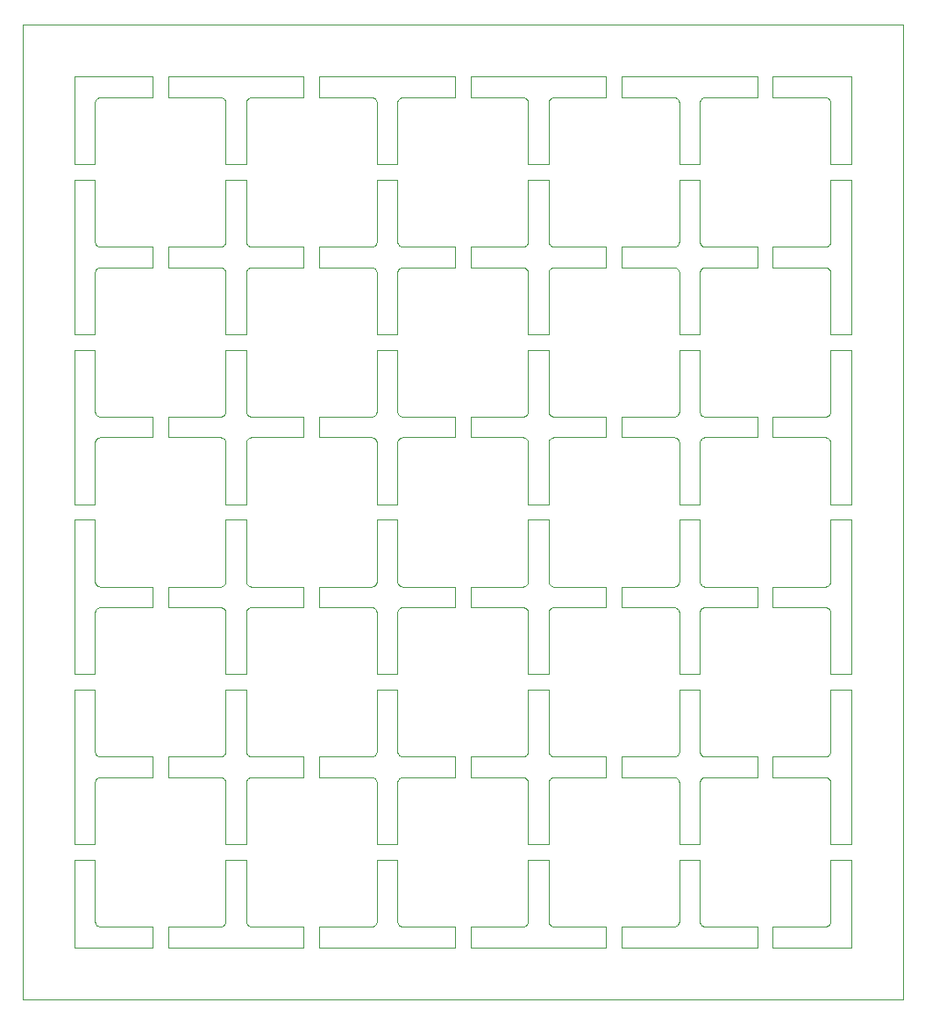
<source format=gbr>
%TF.GenerationSoftware,KiCad,Pcbnew,7.0.6-1.fc38*%
%TF.CreationDate,2023-07-31T16:19:08-04:00*%
%TF.ProjectId,bno085-i2c-board-v4-square-panel,626e6f30-3835-42d6-9932-632d626f6172,rev?*%
%TF.SameCoordinates,Original*%
%TF.FileFunction,Profile,NP*%
%FSLAX46Y46*%
G04 Gerber Fmt 4.6, Leading zero omitted, Abs format (unit mm)*
G04 Created by KiCad (PCBNEW 7.0.6-1.fc38) date 2023-07-31 16:19:08*
%MOMM*%
%LPD*%
G01*
G04 APERTURE LIST*
%TA.AperFunction,Profile*%
%ADD10C,0.100000*%
%TD*%
G04 APERTURE END LIST*
D10*
X51249415Y-86997434D02*
X51300000Y-87000000D01*
X41750000Y-21400000D02*
X41750000Y-22400000D01*
X19548902Y-23679802D02*
X19524322Y-23635517D01*
X77977069Y-86649681D02*
X77989764Y-86600649D01*
X33897177Y-56240521D02*
X33873652Y-56231123D01*
X5000000Y-46250000D02*
X5000000Y-31350000D01*
X48606052Y-70495387D02*
X48644483Y-70462396D01*
X19589764Y-86600649D02*
X19597434Y-86550584D01*
X19425686Y-72720620D02*
X19385634Y-72689618D01*
X77720197Y-39851097D02*
X77673652Y-39831123D01*
X77989764Y-23799350D02*
X77977069Y-23750318D01*
X7075677Y-70364482D02*
X7089618Y-70385634D01*
X19510381Y-70385634D02*
X19524322Y-70364482D01*
X63389764Y-56599350D02*
X63377069Y-56550318D01*
X36200641Y-86525324D02*
X36205765Y-86575713D01*
X21902822Y-86959478D02*
X21950318Y-86977069D01*
X65504612Y-72793947D02*
X65475677Y-72835517D01*
X48473652Y-7031123D02*
X48425326Y-7015961D01*
X48473652Y-37768876D02*
X48520197Y-37748902D01*
X48625686Y-56320620D02*
X48606052Y-56304612D01*
X48606052Y-54095387D02*
X48644483Y-54062396D01*
X77500000Y-54200000D02*
X77550584Y-54197434D01*
X21651097Y-7279802D02*
X21631123Y-7326347D01*
X65702822Y-86959478D02*
X65750318Y-86977069D01*
X48797434Y-37350584D02*
X48800000Y-37300000D01*
X50875677Y-53964482D02*
X50904612Y-54006052D01*
X21602565Y-40249415D02*
X21600000Y-40300000D01*
X34006052Y-86895387D02*
X34044483Y-86862396D01*
X65400356Y-47750000D02*
X65400641Y-53725324D01*
X65555516Y-70462396D02*
X65593947Y-70495387D01*
X36304612Y-54006052D02*
X36320620Y-54025686D01*
X21879802Y-72651097D02*
X21835517Y-72675677D01*
X7235517Y-21324322D02*
X7279802Y-21348902D01*
X48797434Y-86550584D02*
X48800000Y-86500000D01*
X51300000Y-7000000D02*
X51249415Y-7002565D01*
X51035517Y-54124322D02*
X51079802Y-54148902D01*
X48520197Y-86948902D02*
X48564482Y-86924322D01*
X48800000Y-47750000D02*
X49800000Y-47750000D01*
X21631123Y-21073652D02*
X21651097Y-21120197D01*
X36200641Y-53725324D02*
X36205765Y-53775713D01*
X7193947Y-39904612D02*
X7155516Y-39937603D01*
X63400000Y-64150000D02*
X64400000Y-64150000D01*
X65410235Y-7399350D02*
X65402565Y-7449415D01*
X65900000Y-39800000D02*
X65849415Y-39802565D01*
X51126347Y-7031123D02*
X51079802Y-7051097D01*
X41750000Y-87000000D02*
X41750000Y-89000000D01*
X33873652Y-56231123D02*
X33849681Y-56222930D01*
X36251097Y-70320197D02*
X36275677Y-70364482D01*
X63389764Y-21000649D02*
X63397434Y-20950584D01*
X19600000Y-7500000D02*
X19597434Y-7449415D01*
X77600649Y-54189764D02*
X77649681Y-54177069D01*
X48350584Y-21397434D02*
X48375713Y-21394234D01*
X7302822Y-86959478D02*
X7350318Y-86977069D01*
X72450000Y-55200000D02*
X72450000Y-54200000D01*
X34197434Y-23849415D02*
X34194234Y-23824286D01*
X36700000Y-39800000D02*
X36649415Y-39802565D01*
X7155516Y-7137603D02*
X7120620Y-7174313D01*
X43250000Y-72600000D02*
X43250000Y-71600000D01*
X48662396Y-72755516D02*
X48625686Y-72720620D01*
X48400649Y-56210235D02*
X48350584Y-56202565D01*
X48797434Y-20950584D02*
X48800000Y-20900000D01*
X7374673Y-21384038D02*
X7424286Y-21394234D01*
X50800641Y-20925324D02*
X50805765Y-20975713D01*
X7062826Y-37542650D02*
X7089618Y-37585634D01*
X48724322Y-53964482D02*
X48748902Y-53920197D01*
X77600649Y-86989764D02*
X77649681Y-86977069D01*
X63164482Y-7075677D02*
X63120197Y-7051097D01*
X65900000Y-87000000D02*
X70950000Y-87000000D01*
X36200000Y-56700000D02*
X36200284Y-62650000D01*
X34110381Y-21185634D02*
X34137173Y-21142650D01*
X33700000Y-72600000D02*
X28650000Y-72600000D01*
X48797434Y-23849415D02*
X48789764Y-23799350D01*
X7000641Y-86525324D02*
X7002565Y-86550584D01*
X62900000Y-7000000D02*
X57850000Y-7000000D01*
X77500000Y-56200000D02*
X72450000Y-56200000D01*
X19594234Y-20975713D02*
X19599358Y-20925324D01*
X19200649Y-72610235D02*
X19150584Y-72602565D01*
X63400000Y-23900000D02*
X63397434Y-23849415D01*
X36231123Y-40126347D02*
X36215961Y-40174673D01*
X48350584Y-70597434D02*
X48400649Y-70589764D01*
X77910381Y-21185634D02*
X77937173Y-21142650D01*
X5000000Y-89000000D02*
X5000000Y-80550000D01*
X65400356Y-64150000D02*
X65400641Y-70125324D01*
X65422930Y-40150318D02*
X65410235Y-40199350D01*
X36502822Y-86959478D02*
X36550318Y-86977069D01*
X63348902Y-53920197D02*
X63368876Y-53873652D01*
X77977069Y-70249681D02*
X77989764Y-70200649D01*
X77997434Y-23849415D02*
X77989764Y-23799350D01*
X12550000Y-38800000D02*
X12550000Y-39800000D01*
X48789764Y-37400649D02*
X48797434Y-37350584D01*
X65702822Y-72640521D02*
X65679802Y-72651097D01*
X50822930Y-23750318D02*
X50810235Y-23799350D01*
X34194234Y-73024286D02*
X34184038Y-72974673D01*
X19320197Y-23451097D02*
X19273652Y-23431123D01*
X50955516Y-37662396D02*
X50993947Y-37695387D01*
X28650000Y-55200000D02*
X28650000Y-54200000D01*
X65900000Y-70600000D02*
X70950000Y-70600000D01*
X65635517Y-21324322D02*
X65679802Y-21348902D01*
X63279379Y-70425686D02*
X63295387Y-70406052D01*
X48777069Y-70249681D02*
X48789764Y-70200649D01*
X50815961Y-21025326D02*
X50831123Y-21073652D01*
X7500000Y-56200000D02*
X7449415Y-56202565D01*
X19200649Y-86989764D02*
X19249681Y-86977069D01*
X7002565Y-73049415D02*
X7000000Y-73100000D01*
X21835517Y-23475677D02*
X21793947Y-23504612D01*
X19597434Y-73049415D02*
X19594234Y-73024286D01*
X21651097Y-72879802D02*
X21631123Y-72926347D01*
X77997434Y-86550584D02*
X78000000Y-86500000D01*
X33942650Y-39862826D02*
X33920197Y-39851097D01*
X7279802Y-7051097D02*
X7235517Y-7075677D01*
X51150318Y-54177069D02*
X51199350Y-54189764D01*
X72450000Y-87000000D02*
X72450000Y-87000000D01*
X48644483Y-21262396D02*
X48679379Y-21225686D01*
X63377069Y-37449681D02*
X63389764Y-37400649D01*
X33750584Y-70597434D02*
X33800649Y-70589764D01*
X48662396Y-56355516D02*
X48625686Y-56320620D01*
X64400000Y-46250000D02*
X63400000Y-46250000D01*
X21974673Y-7015961D02*
X21926347Y-7031123D01*
X36320620Y-86825686D02*
X36355516Y-86862396D01*
X7015961Y-23774673D02*
X7005765Y-23824286D01*
X7089618Y-21185634D02*
X7120620Y-21225686D01*
X63000649Y-54189764D02*
X63049681Y-54177069D01*
X34194234Y-40224286D02*
X34184038Y-40174673D01*
X19524322Y-23635517D02*
X19495387Y-23593947D01*
X7424286Y-7005765D02*
X7374673Y-7015961D01*
X21675677Y-53964482D02*
X21689618Y-53985634D01*
X48768876Y-37473652D02*
X48777069Y-37449681D01*
X36700000Y-72600000D02*
X36649415Y-72602565D01*
X51150318Y-70577069D02*
X51199350Y-70589764D01*
X78000000Y-14950000D02*
X80000000Y-14950000D01*
X65415961Y-37425326D02*
X65431123Y-37473652D01*
X50875677Y-21164482D02*
X50904612Y-21206052D01*
X7002565Y-86550584D02*
X7010235Y-86600649D01*
X48759478Y-23702822D02*
X48748902Y-23679802D01*
X36200284Y-13450000D02*
X35200000Y-13450000D01*
X14050000Y-56200000D02*
X14050000Y-55200000D01*
X36202565Y-23849415D02*
X36200000Y-23900000D01*
X63225686Y-72720620D02*
X63206052Y-72704612D01*
X36502822Y-54159478D02*
X36550318Y-54177069D01*
X57850000Y-87000000D02*
X57850000Y-87000000D01*
X77550584Y-39802565D02*
X77500000Y-39800000D01*
X19594234Y-23824286D02*
X19584038Y-23774673D01*
X50920620Y-7174313D02*
X50889618Y-7214365D01*
X21793947Y-37695387D02*
X21835517Y-37724322D01*
X34200000Y-37300000D02*
X34200000Y-31350000D01*
X19600000Y-62650000D02*
X19600000Y-56700000D01*
X50862826Y-40057349D02*
X50840521Y-40102822D01*
X65489618Y-23614365D02*
X65462826Y-23657349D01*
X19594234Y-56624286D02*
X19584038Y-56574673D01*
X77879379Y-21225686D02*
X77910381Y-21185634D01*
X41750000Y-7000000D02*
X36700000Y-7000000D01*
X12550000Y-71600000D02*
X12550000Y-72600000D01*
X48425326Y-21384038D02*
X48473652Y-21368876D01*
X19600000Y-31350000D02*
X20600000Y-31350000D01*
X62900000Y-23400000D02*
X57850000Y-23400000D01*
X22100000Y-7000000D02*
X22049415Y-7002565D01*
X77550584Y-86997434D02*
X77600649Y-86989764D01*
X36304612Y-37606052D02*
X36337603Y-37644483D01*
X12550000Y-55200000D02*
X12550000Y-56200000D01*
X12550000Y-22400000D02*
X12550000Y-23400000D01*
X34200000Y-80550000D02*
X35200000Y-80550000D01*
X70950000Y-56200000D02*
X65900000Y-56200000D01*
X65750318Y-86977069D02*
X65799350Y-86989764D01*
X33897177Y-23440521D02*
X33873652Y-23431123D01*
X7193947Y-21295387D02*
X7235517Y-21324322D01*
X48625686Y-23520620D02*
X48585634Y-23489618D01*
X21814365Y-54110381D02*
X21857349Y-54137173D01*
X77550584Y-54197434D02*
X77600649Y-54189764D01*
X36355516Y-37662396D02*
X36393947Y-37695387D01*
X7089618Y-56414365D02*
X7075677Y-56435517D01*
X77959478Y-23702822D02*
X77948902Y-23679802D01*
X48520197Y-39851097D02*
X48473652Y-39831123D01*
X19200649Y-23410235D02*
X19150584Y-23402565D01*
X36200356Y-80550000D02*
X36200641Y-86525324D01*
X77825686Y-39920620D02*
X77806052Y-39904612D01*
X63206052Y-72704612D02*
X63164482Y-72675677D01*
X65849415Y-86997434D02*
X65900000Y-87000000D01*
X19568876Y-7326347D02*
X19548902Y-7279802D01*
X78000000Y-20900000D02*
X78000000Y-14950000D01*
X19320197Y-37748902D02*
X19364482Y-37724322D01*
X77600649Y-56210235D02*
X77550584Y-56202565D01*
X22100000Y-37800000D02*
X27150000Y-37800000D01*
X19320197Y-54148902D02*
X19364482Y-54124322D01*
X28650000Y-38800000D02*
X28650000Y-37800000D01*
X19548902Y-53920197D02*
X19568876Y-53873652D01*
X77989764Y-70200649D02*
X77997434Y-70150584D01*
X48564482Y-56275677D02*
X48520197Y-56251097D01*
X19462396Y-23555516D02*
X19425686Y-23520620D01*
X65475677Y-56435517D02*
X65451097Y-56479802D01*
X50955516Y-70462396D02*
X50993947Y-70495387D01*
X48768876Y-70273652D02*
X48777069Y-70249681D01*
X77948902Y-53920197D02*
X77968876Y-53873652D01*
X19594234Y-7424286D02*
X19584038Y-7374673D01*
X36231123Y-23726347D02*
X36215961Y-23774673D01*
X62900000Y-70600000D02*
X62900000Y-70600000D01*
X33942650Y-72662826D02*
X33897177Y-72640521D01*
X63359478Y-56502822D02*
X63348902Y-56479802D01*
X7010235Y-86600649D02*
X7022930Y-86649681D01*
X62900000Y-56200000D02*
X57850000Y-56200000D01*
X19600000Y-56700000D02*
X19597434Y-56649415D01*
X21689618Y-86785634D02*
X21720620Y-86825686D01*
X63262396Y-56355516D02*
X63225686Y-56320620D01*
X19600000Y-37300000D02*
X19600000Y-31350000D01*
X65702822Y-56240521D02*
X65679802Y-56251097D01*
X12550000Y-37800000D02*
X12550000Y-38800000D01*
X19600000Y-79050000D02*
X19600000Y-73100000D01*
X21774313Y-86879379D02*
X21814365Y-86910381D01*
X65431123Y-72926347D02*
X65422930Y-72950318D01*
X33873652Y-72631123D02*
X33849681Y-72622930D01*
X62950584Y-23402565D02*
X62900000Y-23400000D01*
X34095387Y-56393947D02*
X34062396Y-56355516D01*
X7257349Y-54137173D02*
X7302822Y-54159478D01*
X49800000Y-79050000D02*
X48800000Y-79050000D01*
X21950318Y-72622930D02*
X21902822Y-72640521D01*
X50840521Y-23702822D02*
X50831123Y-23726347D01*
X65635517Y-37724322D02*
X65679802Y-37748902D01*
X34079379Y-54025686D02*
X34095387Y-54006052D01*
X19568876Y-23726347D02*
X19548902Y-23679802D01*
X77968876Y-70273652D02*
X77977069Y-70249681D01*
X50800641Y-70125324D02*
X50805765Y-70175713D01*
X19568876Y-72926347D02*
X19548902Y-72879802D01*
X48777069Y-56550318D02*
X48759478Y-56502822D01*
X19273652Y-23431123D02*
X19225326Y-23415961D01*
X19597434Y-56649415D02*
X19594234Y-56624286D01*
X21814365Y-86910381D02*
X21857349Y-86937173D01*
X14050000Y-39800000D02*
X14050000Y-38800000D01*
X65555516Y-39937603D02*
X65520620Y-39974313D01*
X80000000Y-89000000D02*
X72450000Y-89000000D01*
X65679802Y-56251097D02*
X65635517Y-56275677D01*
X19200649Y-70589764D02*
X19249681Y-70577069D01*
X19600000Y-80550000D02*
X20600000Y-80550000D01*
X34200000Y-70100000D02*
X34200000Y-64150000D01*
X21950318Y-70577069D02*
X21999350Y-70589764D01*
X65440521Y-7302822D02*
X65431123Y-7326347D01*
X36457349Y-23462826D02*
X36435517Y-23475677D01*
X34200000Y-23900000D02*
X34197434Y-23849415D01*
X51249415Y-56202565D02*
X51199350Y-56210235D01*
X65774673Y-37784038D02*
X65824286Y-37794234D01*
X51249415Y-23402565D02*
X51199350Y-23410235D01*
X70950000Y-22400000D02*
X70950000Y-23400000D01*
X21999350Y-56210235D02*
X21950318Y-56222930D01*
X19510381Y-21185634D02*
X19524322Y-21164482D01*
X28650000Y-70600000D02*
X33700000Y-70600000D01*
X63295387Y-23593947D02*
X63262396Y-23555516D01*
X48724322Y-23635517D02*
X48695387Y-23593947D01*
X5000000Y-31350000D02*
X7000356Y-31350000D01*
X65400641Y-53725324D02*
X65405765Y-53775713D01*
X19548902Y-21120197D02*
X19568876Y-21073652D01*
X12550000Y-5000000D02*
X12550000Y-7000000D01*
X41750000Y-71600000D02*
X41750000Y-72600000D01*
X65410235Y-23799350D02*
X65402565Y-23849415D01*
X34079379Y-86825686D02*
X34110381Y-86785634D01*
X65635517Y-39875677D02*
X65593947Y-39904612D01*
X21835517Y-7075677D02*
X21793947Y-7104612D01*
X48497177Y-54159478D02*
X48520197Y-54148902D01*
X63397434Y-86550584D02*
X63400000Y-86500000D01*
X77989764Y-56599350D02*
X77977069Y-56550318D01*
X48473652Y-72631123D02*
X48449681Y-72622930D01*
X43250000Y-54200000D02*
X48300000Y-54200000D01*
X21689618Y-23614365D02*
X21662826Y-23657349D01*
X77844483Y-54062396D02*
X77879379Y-54025686D01*
X70950000Y-39800000D02*
X65900000Y-39800000D01*
X48797434Y-7449415D02*
X48789764Y-7399350D01*
X21631123Y-70273652D02*
X21651097Y-70320197D01*
X48797434Y-56649415D02*
X48789764Y-56599350D01*
X19273652Y-21368876D02*
X19320197Y-21348902D01*
X48425326Y-37784038D02*
X48473652Y-37768876D01*
X65405765Y-53775713D02*
X65415961Y-53825326D01*
X7000356Y-80550000D02*
X7000641Y-86525324D01*
X7399350Y-54189764D02*
X7449415Y-54197434D01*
X63244483Y-86862396D02*
X63279379Y-86825686D01*
X50805765Y-20975713D02*
X50815961Y-21025326D01*
X65520620Y-23574313D02*
X65489618Y-23614365D01*
X34124322Y-70364482D02*
X34148902Y-70320197D01*
X19100000Y-56200000D02*
X14050000Y-56200000D01*
X21999350Y-23410235D02*
X21950318Y-23422930D01*
X48748902Y-53920197D02*
X48768876Y-53873652D01*
X48564482Y-54124322D02*
X48606052Y-54095387D01*
X63389764Y-37400649D02*
X63397434Y-37350584D01*
X19600000Y-47750000D02*
X20600000Y-47750000D01*
X65402565Y-40249415D02*
X65400000Y-40300000D01*
X63025326Y-39815961D02*
X62975713Y-39805765D01*
X7062826Y-23657349D02*
X7051097Y-23679802D01*
X77764482Y-23475677D02*
X77720197Y-23451097D01*
X65635517Y-70524322D02*
X65679802Y-70548902D01*
X34194234Y-37375713D02*
X34197434Y-37350584D01*
X27150000Y-7000000D02*
X27150000Y-7000000D01*
X77649681Y-54177069D02*
X77697177Y-54159478D01*
X65799350Y-72610235D02*
X65750318Y-72622930D01*
X48300000Y-37800000D02*
X48350584Y-37797434D01*
X7015961Y-7374673D02*
X7005765Y-7424286D01*
X77862396Y-56355516D02*
X77825686Y-56320620D01*
X22100000Y-39800000D02*
X22049415Y-39802565D01*
X19495387Y-23593947D02*
X19462396Y-23555516D01*
X65405765Y-37375713D02*
X65415961Y-37425326D01*
X63295387Y-54006052D02*
X63324322Y-53964482D01*
X78000000Y-7500000D02*
X77997434Y-7449415D01*
X77968876Y-21073652D02*
X77977069Y-21049681D01*
X21662826Y-37542650D02*
X21689618Y-37585634D01*
X36304612Y-21206052D02*
X36320620Y-21225686D01*
X41750000Y-39800000D02*
X36700000Y-39800000D01*
X48350584Y-54197434D02*
X48400649Y-54189764D01*
X65451097Y-21120197D02*
X65475677Y-21164482D01*
X43250000Y-71600000D02*
X43250000Y-70600000D01*
X33985634Y-7089618D02*
X33942650Y-7062826D01*
X36251097Y-72879802D02*
X36231123Y-72926347D01*
X65422930Y-72950318D02*
X65410235Y-72999350D01*
X7089618Y-23614365D02*
X7062826Y-23657349D01*
X21902822Y-54159478D02*
X21950318Y-54177069D01*
X65451097Y-72879802D02*
X65431123Y-72926347D01*
X63000649Y-56210235D02*
X62950584Y-56202565D01*
X77959478Y-86697177D02*
X77968876Y-86673652D01*
X19320197Y-21348902D02*
X19364482Y-21324322D01*
X7000641Y-20925324D02*
X7005765Y-20975713D01*
X21999350Y-70589764D02*
X22049415Y-70597434D01*
X7449415Y-23402565D02*
X7399350Y-23410235D01*
X64400000Y-14950000D02*
X65400356Y-14950000D01*
X65555516Y-7137603D02*
X65520620Y-7174313D01*
X19150584Y-56202565D02*
X19100000Y-56200000D01*
X51300000Y-23400000D02*
X51249415Y-23402565D01*
X19510381Y-37585634D02*
X19537173Y-37542650D01*
X63225686Y-56320620D02*
X63206052Y-56304612D01*
X36275677Y-37564482D02*
X36304612Y-37606052D01*
X36275677Y-70364482D02*
X36304612Y-70406052D01*
X28650000Y-5000000D02*
X41750000Y-5000000D01*
X19225326Y-39815961D02*
X19175713Y-39805765D01*
X63164482Y-23475677D02*
X63120197Y-23451097D01*
X36320620Y-56374313D02*
X36304612Y-56393947D01*
X36526347Y-37768876D02*
X36574673Y-37784038D01*
X33942650Y-56262826D02*
X33897177Y-56240521D01*
X19150584Y-70597434D02*
X19200649Y-70589764D01*
X21602565Y-73049415D02*
X21600000Y-73100000D01*
X27150000Y-87000000D02*
X27150000Y-89000000D01*
X22100000Y-56200000D02*
X22049415Y-56202565D01*
X77764482Y-37724322D02*
X77806052Y-37695387D01*
X56350000Y-55200000D02*
X56350000Y-56200000D01*
X7000356Y-80550000D02*
X7000356Y-80550000D01*
X64400000Y-64150000D02*
X65400356Y-64150000D01*
X63025326Y-21384038D02*
X63073652Y-21368876D01*
X28650000Y-70600000D02*
X28650000Y-70600000D01*
X36550318Y-54177069D02*
X36599350Y-54189764D01*
X7040521Y-86697177D02*
X7062826Y-86742650D01*
X19364482Y-70524322D02*
X19406052Y-70495387D01*
X65400284Y-13450000D02*
X64400000Y-13450000D01*
X77825686Y-56320620D02*
X77806052Y-56304612D01*
X33985634Y-72689618D02*
X33942650Y-72662826D01*
X7000356Y-47750000D02*
X7000356Y-47750000D01*
X48449681Y-56222930D02*
X48400649Y-56210235D01*
X63400000Y-70100000D02*
X63400000Y-64150000D01*
X65415961Y-53825326D02*
X65431123Y-53873652D01*
X72450000Y-72600000D02*
X72450000Y-71600000D01*
X65555516Y-86862396D02*
X65574313Y-86879379D01*
X63368876Y-21073652D02*
X63377069Y-21049681D01*
X0Y-94000000D02*
X0Y-94000000D01*
X48520197Y-56251097D02*
X48473652Y-56231123D01*
X14050000Y-54200000D02*
X19100000Y-54200000D01*
X14050000Y-70600000D02*
X19100000Y-70600000D01*
X36355516Y-70462396D02*
X36393947Y-70495387D01*
X20600000Y-31350000D02*
X21600356Y-31350000D01*
X7089618Y-37585634D02*
X7120620Y-37625686D01*
X48400649Y-70589764D02*
X48449681Y-70577069D01*
X48497177Y-70559478D02*
X48520197Y-70548902D01*
X34168876Y-40126347D02*
X34148902Y-40079802D01*
X77879379Y-70425686D02*
X77895387Y-70406052D01*
X36200641Y-70125324D02*
X36205765Y-70175713D01*
X63377069Y-56550318D02*
X63359478Y-56502822D01*
X63397434Y-7449415D02*
X63389764Y-7399350D01*
X21902822Y-72640521D02*
X21879802Y-72651097D01*
X48695387Y-54006052D02*
X48724322Y-53964482D01*
X50802565Y-23849415D02*
X50800000Y-23900000D01*
X77924322Y-72835517D02*
X77895387Y-72793947D01*
X19597434Y-40249415D02*
X19589764Y-40199350D01*
X21631123Y-56526347D02*
X21615961Y-56574673D01*
X19584038Y-53825326D02*
X19594234Y-53775713D01*
X51079802Y-37748902D02*
X51126347Y-37768876D01*
X7326347Y-39831123D02*
X7279802Y-39851097D01*
X36393947Y-7104612D02*
X36355516Y-7137603D01*
X21755516Y-56337603D02*
X21720620Y-56374313D01*
X34184038Y-72974673D02*
X34168876Y-72926347D01*
X51150318Y-56222930D02*
X51102822Y-56240521D01*
X36205765Y-7424286D02*
X36202565Y-7449415D01*
X5000000Y-79050000D02*
X5000000Y-64150000D01*
X50955516Y-86862396D02*
X50974313Y-86879379D01*
X51035517Y-72675677D02*
X50993947Y-72704612D01*
X19249681Y-54177069D02*
X19297177Y-54159478D01*
X12550000Y-70600000D02*
X12550000Y-71600000D01*
X56350000Y-5000000D02*
X56350000Y-7000000D01*
X65774673Y-23415961D02*
X65726347Y-23431123D01*
X63324322Y-23635517D02*
X63295387Y-23593947D01*
X21600641Y-53725324D02*
X21605765Y-53775713D01*
X51035517Y-39875677D02*
X50993947Y-39904612D01*
X65440521Y-40102822D02*
X65431123Y-40126347D01*
X36355516Y-21262396D02*
X36374313Y-21279379D01*
X77895387Y-7193947D02*
X77862396Y-7155516D01*
X36649415Y-70597434D02*
X36700000Y-70600000D01*
X50889618Y-23614365D02*
X50862826Y-23657349D01*
X34184038Y-21025326D02*
X34194234Y-20975713D01*
X7193947Y-54095387D02*
X7214365Y-54110381D01*
X48564482Y-21324322D02*
X48606052Y-21295387D01*
X63262396Y-39955516D02*
X63225686Y-39920620D01*
X56350000Y-89000000D02*
X43250000Y-89000000D01*
X34062396Y-39955516D02*
X34025686Y-39920620D01*
X65799350Y-86989764D02*
X65849415Y-86997434D01*
X48585634Y-23489618D02*
X48564482Y-23475677D01*
X65400284Y-79050000D02*
X64400000Y-79050000D01*
X78000000Y-53700000D02*
X78000000Y-47750000D01*
X77806052Y-56304612D02*
X77764482Y-56275677D01*
X48644483Y-54062396D02*
X48679379Y-54025686D01*
X7000284Y-13450000D02*
X5000000Y-13450000D01*
X36320620Y-72774313D02*
X36304612Y-72793947D01*
X63225686Y-7120620D02*
X63185634Y-7089618D01*
X77968876Y-86673652D02*
X77977069Y-86649681D01*
X65849415Y-37797434D02*
X65900000Y-37800000D01*
X19568876Y-56526347D02*
X19548902Y-56479802D01*
X36457349Y-86937173D02*
X36502822Y-86959478D01*
X7005765Y-53775713D02*
X7015961Y-53825326D01*
X51079802Y-70548902D02*
X51102822Y-70559478D01*
X78000000Y-37300000D02*
X78000000Y-31350000D01*
X56350000Y-7000000D02*
X51300000Y-7000000D01*
X21600000Y-73100000D02*
X21600284Y-79050000D01*
X63262396Y-7155516D02*
X63225686Y-7120620D01*
X51249415Y-72602565D02*
X51199350Y-72610235D01*
X56350000Y-72600000D02*
X51300000Y-72600000D01*
X7000000Y-40300000D02*
X7000284Y-46250000D01*
X50955516Y-39937603D02*
X50920620Y-39974313D01*
X48789764Y-72999350D02*
X48777069Y-72950318D01*
X36393947Y-54095387D02*
X36414365Y-54110381D01*
X43250000Y-5000000D02*
X56350000Y-5000000D01*
X57850000Y-22400000D02*
X57850000Y-21400000D01*
X77825686Y-7120620D02*
X77785634Y-7089618D01*
X65400000Y-73100000D02*
X65400284Y-79050000D01*
X51126347Y-21368876D02*
X51174673Y-21384038D01*
X36251097Y-23679802D02*
X36231123Y-23726347D01*
X33849681Y-56222930D02*
X33800649Y-56210235D01*
X77895387Y-54006052D02*
X77924322Y-53964482D01*
X51150318Y-72622930D02*
X51102822Y-72640521D01*
X33920197Y-54148902D02*
X33964482Y-54124322D01*
X14050000Y-23400000D02*
X14050000Y-22400000D01*
X63295387Y-72793947D02*
X63262396Y-72755516D01*
X36599350Y-86989764D02*
X36649415Y-86997434D01*
X28650000Y-87000000D02*
X33700000Y-87000000D01*
X33800649Y-23410235D02*
X33750584Y-23402565D01*
X65451097Y-70320197D02*
X65475677Y-70364482D01*
X34184038Y-53825326D02*
X34194234Y-53775713D01*
X77862396Y-23555516D02*
X77825686Y-23520620D01*
X51014365Y-86910381D02*
X51057349Y-86937173D01*
X7120620Y-7174313D02*
X7089618Y-7214365D01*
X63400000Y-80550000D02*
X64400000Y-80550000D01*
X19297177Y-56240521D02*
X19273652Y-56231123D01*
X50805765Y-53775713D02*
X50815961Y-53825326D01*
X70950000Y-54200000D02*
X70950000Y-55200000D01*
X19568876Y-53873652D02*
X19584038Y-53825326D01*
X65799350Y-54189764D02*
X65849415Y-54197434D01*
X63295387Y-70406052D02*
X63324322Y-70364482D01*
X50805765Y-37375713D02*
X50815961Y-37425326D01*
X19584038Y-21025326D02*
X19594234Y-20975713D01*
X63164482Y-70524322D02*
X63206052Y-70495387D01*
X33750584Y-56202565D02*
X33700000Y-56200000D01*
X7000641Y-53725324D02*
X7005765Y-53775713D01*
X34025686Y-7120620D02*
X33985634Y-7089618D01*
X77948902Y-40079802D02*
X77924322Y-40035517D01*
X77600649Y-72610235D02*
X77550584Y-72602565D01*
X21675677Y-7235517D02*
X21651097Y-7279802D01*
X7040521Y-37497177D02*
X7062826Y-37542650D01*
X63049681Y-86977069D02*
X63097177Y-86959478D01*
X21879802Y-37748902D02*
X21926347Y-37768876D01*
X33750584Y-72602565D02*
X33700000Y-72600000D01*
X62950584Y-86997434D02*
X63000649Y-86989764D01*
X7193947Y-72704612D02*
X7155516Y-72737603D01*
X27150000Y-56200000D02*
X22100000Y-56200000D01*
X65679802Y-54148902D02*
X65702822Y-54159478D01*
X19479379Y-86825686D02*
X19510381Y-86785634D01*
X36649415Y-54197434D02*
X36700000Y-54200000D01*
X51057349Y-86937173D02*
X51102822Y-86959478D01*
X72450000Y-5000000D02*
X80000000Y-5000000D01*
X36700000Y-7000000D02*
X36649415Y-7002565D01*
X36502822Y-72640521D02*
X36479802Y-72651097D01*
X50822930Y-86649681D02*
X50840521Y-86697177D01*
X33897177Y-72640521D02*
X33873652Y-72631123D01*
X50851097Y-70320197D02*
X50875677Y-70364482D01*
X51126347Y-23431123D02*
X51079802Y-23451097D01*
X34148902Y-23679802D02*
X34124322Y-23635517D01*
X50800000Y-7500000D02*
X50800284Y-13450000D01*
X78000000Y-13450000D02*
X78000000Y-13450000D01*
X77550584Y-7002565D02*
X77500000Y-7000000D01*
X7062826Y-86742650D02*
X7089618Y-86785634D01*
X34148902Y-7279802D02*
X34124322Y-7235517D01*
X65635517Y-56275677D02*
X65593947Y-56304612D01*
X48520197Y-54148902D02*
X48564482Y-54124322D01*
X77550584Y-37797434D02*
X77575713Y-37794234D01*
X70950000Y-21400000D02*
X70950000Y-22400000D01*
X48777069Y-86649681D02*
X48789764Y-86600649D01*
X19597434Y-37350584D02*
X19600000Y-37300000D01*
X48606052Y-21295387D02*
X48644483Y-21262396D01*
X63397434Y-70150584D02*
X63400000Y-70100000D01*
X48350584Y-7002565D02*
X48300000Y-7000000D01*
X19600000Y-73100000D02*
X19597434Y-73049415D01*
X65774673Y-7015961D02*
X65726347Y-7031123D01*
X48300000Y-87000000D02*
X48350584Y-86997434D01*
X19342650Y-39862826D02*
X19320197Y-39851097D01*
X36275677Y-56435517D02*
X36251097Y-56479802D01*
X77600649Y-70589764D02*
X77649681Y-70577069D01*
X19495387Y-72793947D02*
X19462396Y-72755516D01*
X34148902Y-37520197D02*
X34168876Y-37473652D01*
X72450000Y-56200000D02*
X72450000Y-55200000D01*
X19600000Y-40300000D02*
X19597434Y-40249415D01*
X50993947Y-7104612D02*
X50955516Y-7137603D01*
X51224286Y-7005765D02*
X51174673Y-7015961D01*
X36320620Y-54025686D02*
X36355516Y-54062396D01*
X33985634Y-21310381D02*
X34006052Y-21295387D01*
X19600000Y-13450000D02*
X19600000Y-7500000D01*
X7174313Y-86879379D02*
X7214365Y-86910381D01*
X7500000Y-7000000D02*
X7449415Y-7002565D01*
X80000000Y-64150000D02*
X80000000Y-79050000D01*
X77697177Y-54159478D02*
X77720197Y-54148902D01*
X27150000Y-5000000D02*
X27150000Y-7000000D01*
X34200000Y-46250000D02*
X34200000Y-40300000D01*
X51174673Y-7015961D02*
X51126347Y-7031123D01*
X33964482Y-86924322D02*
X34006052Y-86895387D01*
X34200000Y-53700000D02*
X34200000Y-47750000D01*
X21631123Y-40126347D02*
X21615961Y-40174673D01*
X34168876Y-21073652D02*
X34184038Y-21025326D01*
X63025326Y-23415961D02*
X63000649Y-23410235D01*
X7214365Y-70510381D02*
X7257349Y-70537173D01*
X27150000Y-70600000D02*
X27150000Y-71600000D01*
X65726347Y-21368876D02*
X65774673Y-21384038D01*
X36215961Y-53825326D02*
X36231123Y-53873652D01*
X12550000Y-21400000D02*
X12550000Y-22400000D01*
X21857349Y-86937173D02*
X21902822Y-86959478D01*
X56350000Y-54200000D02*
X56350000Y-55200000D01*
X12550000Y-72600000D02*
X7500000Y-72600000D01*
X41750000Y-22400000D02*
X41750000Y-23400000D01*
X65593947Y-23504612D02*
X65555516Y-23537603D01*
X63279379Y-86825686D02*
X63310381Y-86785634D01*
X50800284Y-62650000D02*
X49800000Y-62650000D01*
X0Y0D02*
X0Y-94000000D01*
X48748902Y-23679802D02*
X48724322Y-23635517D01*
X63389764Y-56599350D02*
X63389764Y-56599350D01*
X65900000Y-23400000D02*
X65849415Y-23402565D01*
X7449415Y-86997434D02*
X7500000Y-87000000D01*
X49800000Y-62650000D02*
X48800000Y-62650000D01*
X21689618Y-70385634D02*
X21720620Y-70425686D01*
X63397434Y-40249415D02*
X63389764Y-40199350D01*
X65555516Y-54062396D02*
X65593947Y-54095387D01*
X63324322Y-72835517D02*
X63295387Y-72793947D01*
X19600000Y-86500000D02*
X19600000Y-80550000D01*
X36599350Y-23410235D02*
X36550318Y-23422930D01*
X7500000Y-72600000D02*
X7449415Y-72602565D01*
X51300000Y-37800000D02*
X56350000Y-37800000D01*
X36304612Y-72793947D02*
X36275677Y-72835517D01*
X7449415Y-54197434D02*
X7500000Y-54200000D01*
X7326347Y-21368876D02*
X7374673Y-21384038D01*
X78000000Y-80550000D02*
X80000000Y-80550000D01*
X50875677Y-70364482D02*
X50904612Y-70406052D01*
X7235517Y-37724322D02*
X7279802Y-37748902D01*
X48797434Y-40249415D02*
X48789764Y-40199350D01*
X63164482Y-21324322D02*
X63206052Y-21295387D01*
X21835517Y-21324322D02*
X21879802Y-21348902D01*
X48564482Y-70524322D02*
X48606052Y-70495387D01*
X63397434Y-37350584D02*
X63400000Y-37300000D01*
X43250000Y-37800000D02*
X48300000Y-37800000D01*
X34124322Y-23635517D02*
X34095387Y-23593947D01*
X34184038Y-86625326D02*
X34189764Y-86600649D01*
X50993947Y-21295387D02*
X51035517Y-21324322D01*
X50800284Y-79050000D02*
X49800000Y-79050000D01*
X19320197Y-86948902D02*
X19364482Y-86924322D01*
X65431123Y-23726347D02*
X65422930Y-23750318D01*
X34194234Y-20975713D02*
X34197434Y-20950584D01*
X77977069Y-7350318D02*
X77959478Y-7302822D01*
X19444483Y-37662396D02*
X19479379Y-37625686D01*
X7031123Y-70273652D02*
X7051097Y-70320197D01*
X19444483Y-70462396D02*
X19479379Y-70425686D01*
X43250000Y-87000000D02*
X48300000Y-87000000D01*
X77924322Y-7235517D02*
X77895387Y-7193947D01*
X63000649Y-72610235D02*
X62950584Y-72602565D01*
X48564482Y-37724322D02*
X48606052Y-37695387D01*
X7005765Y-23824286D02*
X7000641Y-23874675D01*
X63185634Y-7089618D02*
X63164482Y-7075677D01*
X28650000Y-89000000D02*
X28650000Y-87000000D01*
X63295387Y-7193947D02*
X63262396Y-7155516D01*
X36414365Y-7089618D02*
X36393947Y-7104612D01*
X48724322Y-40035517D02*
X48695387Y-39993947D01*
X7089618Y-40014365D02*
X7062826Y-40057349D01*
X21605765Y-7424286D02*
X21600641Y-7474675D01*
X65555516Y-37662396D02*
X65593947Y-37695387D01*
X65440521Y-86697177D02*
X65462826Y-86742650D01*
X63359478Y-40102822D02*
X63348902Y-40079802D01*
X50800356Y-80550000D02*
X50800641Y-86525324D01*
X51300000Y-39800000D02*
X51249415Y-39802565D01*
X7374673Y-37784038D02*
X7424286Y-37794234D01*
X7015961Y-72974673D02*
X7005765Y-73024286D01*
X43250000Y-55200000D02*
X43250000Y-54200000D01*
X50851097Y-72879802D02*
X50831123Y-72926347D01*
X48625686Y-7120620D02*
X48585634Y-7089618D01*
X36320620Y-21225686D02*
X36355516Y-21262396D01*
X14050000Y-87000000D02*
X14050000Y-87000000D01*
X19225326Y-7015961D02*
X19175713Y-7005765D01*
X36599350Y-7010235D02*
X36550318Y-7022930D01*
X36457349Y-7062826D02*
X36414365Y-7089618D01*
X20600000Y-64150000D02*
X21600356Y-64150000D01*
X65849415Y-21397434D02*
X65900000Y-21400000D01*
X65635517Y-54124322D02*
X65679802Y-54148902D01*
X19597434Y-86550584D02*
X19600000Y-86500000D01*
X50862826Y-86742650D02*
X50889618Y-86785634D01*
X77550584Y-23402565D02*
X77500000Y-23400000D01*
X50920620Y-86825686D02*
X50955516Y-86862396D01*
X19594234Y-70175713D02*
X19597434Y-70150584D01*
X65402565Y-23849415D02*
X65400000Y-23900000D01*
X50831123Y-56526347D02*
X50822930Y-56550318D01*
X7089618Y-86785634D02*
X7120620Y-86825686D01*
X48400649Y-54189764D02*
X48449681Y-54177069D01*
X7031123Y-40126347D02*
X7015961Y-40174673D01*
X22100000Y-23400000D02*
X22049415Y-23402565D01*
X33825326Y-7015961D02*
X33775713Y-7005765D01*
X72450000Y-87000000D02*
X77500000Y-87000000D01*
X50875677Y-72835517D02*
X50851097Y-72879802D01*
X34184038Y-37425326D02*
X34194234Y-37375713D01*
X14050000Y-87000000D02*
X19100000Y-87000000D01*
X63206052Y-54095387D02*
X63244483Y-54062396D01*
X7257349Y-23462826D02*
X7235517Y-23475677D01*
X19548902Y-70320197D02*
X19568876Y-70273652D01*
X19524322Y-53964482D02*
X19548902Y-53920197D01*
X50904612Y-37606052D02*
X50937603Y-37644483D01*
X19600000Y-56700000D02*
X19600000Y-56700000D01*
X77825686Y-23520620D02*
X77785634Y-23489618D01*
X57850000Y-56200000D02*
X57850000Y-55200000D01*
X21631123Y-7326347D02*
X21615961Y-7374673D01*
X33849681Y-70577069D02*
X33897177Y-70559478D01*
X27150000Y-39800000D02*
X22100000Y-39800000D01*
X33849681Y-23422930D02*
X33800649Y-23410235D01*
X7015961Y-40174673D02*
X7005765Y-40224286D01*
X77895387Y-70406052D02*
X77924322Y-70364482D01*
X51300000Y-70600000D02*
X56350000Y-70600000D01*
X22049415Y-37797434D02*
X22100000Y-37800000D01*
X41750000Y-23400000D02*
X36700000Y-23400000D01*
X48800000Y-37300000D02*
X48800000Y-31350000D01*
X77997434Y-73049415D02*
X77989764Y-72999350D01*
X34124322Y-40035517D02*
X34095387Y-39993947D01*
X19594234Y-53775713D02*
X19597434Y-53750584D01*
X7000356Y-31350000D02*
X7000641Y-37325324D01*
X36502822Y-70559478D02*
X36550318Y-70577069D01*
X19495387Y-7193947D02*
X19462396Y-7155516D01*
X65400356Y-14950000D02*
X65400641Y-20925324D01*
X78000000Y-46250000D02*
X78000000Y-46250000D01*
X48644483Y-37662396D02*
X48679379Y-37625686D01*
X36393947Y-39904612D02*
X36355516Y-39937603D01*
X50800356Y-14950000D02*
X50800641Y-20925324D01*
X21974673Y-39815961D02*
X21926347Y-39831123D01*
X43250000Y-56200000D02*
X43250000Y-55200000D01*
X65475677Y-53964482D02*
X65504612Y-54006052D01*
X50831123Y-40126347D02*
X50822930Y-40150318D01*
X7155516Y-86862396D02*
X7174313Y-86879379D01*
X50920620Y-39974313D02*
X50889618Y-40014365D01*
X7424286Y-37794234D02*
X7449415Y-37797434D01*
X36320620Y-23574313D02*
X36289618Y-23614365D01*
X63164482Y-54124322D02*
X63206052Y-54095387D01*
X48695387Y-70406052D02*
X48724322Y-70364482D01*
X51150318Y-86977069D02*
X51199350Y-86989764D01*
X48564482Y-72675677D02*
X48520197Y-72651097D01*
X50920620Y-70425686D02*
X50955516Y-70462396D01*
X34110381Y-86785634D02*
X34137173Y-86742650D01*
X21720620Y-70425686D02*
X21755516Y-70462396D01*
X48777069Y-23750318D02*
X48759478Y-23702822D01*
X80000000Y-62650000D02*
X78000000Y-62650000D01*
X21793947Y-54095387D02*
X21814365Y-54110381D01*
X65410235Y-56599350D02*
X65402565Y-56649415D01*
X19510381Y-40014365D02*
X19495387Y-39993947D01*
X21662826Y-86742650D02*
X21689618Y-86785634D01*
X36374313Y-86879379D02*
X36414365Y-86910381D01*
X19559478Y-86697177D02*
X19568876Y-86673652D01*
X77989764Y-86600649D02*
X77997434Y-86550584D01*
X34194234Y-23824286D02*
X34184038Y-23774673D01*
X65824286Y-21394234D02*
X65849415Y-21397434D01*
X19297177Y-70559478D02*
X19320197Y-70548902D01*
X5000000Y-13450000D02*
X5000000Y-5000000D01*
X21615961Y-40174673D02*
X21605765Y-40224286D01*
X36202565Y-40249415D02*
X36200000Y-40300000D01*
X65402565Y-86550584D02*
X65410235Y-86600649D01*
X34062396Y-7155516D02*
X34025686Y-7120620D01*
X85000000Y0D02*
X0Y0D01*
X36200284Y-62650000D02*
X35200000Y-62650000D01*
X57850000Y-55200000D02*
X57850000Y-54200000D01*
X65849415Y-23402565D02*
X65799350Y-23410235D01*
X19100000Y-39800000D02*
X14050000Y-39800000D01*
X19364482Y-86924322D02*
X19406052Y-86895387D01*
X63400000Y-73100000D02*
X63397434Y-73049415D01*
X77959478Y-72902822D02*
X77948902Y-72879802D01*
X63120197Y-70548902D02*
X63164482Y-70524322D01*
X57850000Y-38800000D02*
X57850000Y-37800000D01*
X77764482Y-21324322D02*
X77806052Y-21295387D01*
X34062396Y-23555516D02*
X34025686Y-23520620D01*
X56350000Y-22400000D02*
X56350000Y-23400000D01*
X21926347Y-37768876D02*
X21974673Y-37784038D01*
X33849681Y-86977069D02*
X33897177Y-86959478D01*
X51249415Y-70597434D02*
X51300000Y-70600000D01*
X22024286Y-39805765D02*
X21974673Y-39815961D01*
X65431123Y-7326347D02*
X65422930Y-7350318D01*
X36200356Y-64150000D02*
X36200641Y-70125324D01*
X36393947Y-56304612D02*
X36355516Y-56337603D01*
X51102822Y-86959478D02*
X51150318Y-86977069D01*
X7000356Y-64150000D02*
X7000641Y-70125324D01*
X77764482Y-54124322D02*
X77806052Y-54095387D01*
X36289618Y-7214365D02*
X36262826Y-7257349D01*
X19589764Y-40199350D02*
X19577069Y-40150318D01*
X19524322Y-21164482D02*
X19548902Y-21120197D01*
X48679379Y-21225686D02*
X48710381Y-21185634D01*
X65410235Y-86600649D02*
X65422930Y-86649681D01*
X7005765Y-37375713D02*
X7015961Y-37425326D01*
X48300000Y-56200000D02*
X43250000Y-56200000D01*
X50810235Y-23799350D02*
X50802565Y-23849415D01*
X49800000Y-14950000D02*
X50800356Y-14950000D01*
X21600641Y-23874675D02*
X21600000Y-23900000D01*
X7350318Y-56222930D02*
X7302822Y-56240521D01*
X48800000Y-40300000D02*
X48797434Y-40249415D01*
X77764482Y-72675677D02*
X77720197Y-72651097D01*
X65726347Y-37768876D02*
X65774673Y-37784038D01*
X48789764Y-56599350D02*
X48777069Y-56550318D01*
X7075677Y-7235517D02*
X7051097Y-7279802D01*
X21615961Y-70225326D02*
X21631123Y-70273652D01*
X77806052Y-37695387D02*
X77844483Y-37662396D01*
X7040521Y-40102822D02*
X7031123Y-40126347D01*
X5000000Y-64150000D02*
X7000356Y-64150000D01*
X34044483Y-37662396D02*
X34079379Y-37625686D01*
X34194234Y-53775713D02*
X34197434Y-53750584D01*
X21755516Y-86862396D02*
X21774313Y-86879379D01*
X36304612Y-56393947D02*
X36275677Y-56435517D01*
X36479802Y-39851097D02*
X36435517Y-39875677D01*
X7350318Y-72622930D02*
X7302822Y-72640521D01*
X33800649Y-21389764D02*
X33849681Y-21377069D01*
X19273652Y-56231123D02*
X19249681Y-56222930D01*
X50800641Y-53725324D02*
X50805765Y-53775713D01*
X19462396Y-56355516D02*
X19425686Y-56320620D01*
X36414365Y-21310381D02*
X36457349Y-21337173D01*
X21902822Y-56240521D02*
X21879802Y-56251097D01*
X36374313Y-21279379D02*
X36414365Y-21310381D01*
X62950584Y-70597434D02*
X63000649Y-70589764D01*
X33750584Y-54197434D02*
X33750584Y-54197434D01*
X36205765Y-20975713D02*
X36215961Y-21025326D01*
X50810235Y-86600649D02*
X50822930Y-86649681D01*
X63368876Y-53873652D02*
X63377069Y-53849681D01*
X50800356Y-64150000D02*
X50800641Y-70125324D01*
X77937173Y-21142650D02*
X77959478Y-21097177D01*
X51249415Y-37797434D02*
X51300000Y-37800000D01*
X22049415Y-23402565D02*
X21999350Y-23410235D01*
X36550318Y-21377069D02*
X36599350Y-21389764D01*
X51079802Y-72651097D02*
X51035517Y-72675677D01*
X36550318Y-72622930D02*
X36502822Y-72640521D01*
X19444483Y-54062396D02*
X19479379Y-54025686D01*
X49800000Y-64150000D02*
X50800356Y-64150000D01*
X77989764Y-40199350D02*
X77977069Y-40150318D01*
X63324322Y-70364482D02*
X63348902Y-70320197D01*
X48425326Y-23415961D02*
X48400649Y-23410235D01*
X19600000Y-23900000D02*
X19600000Y-23900000D01*
X34197434Y-40249415D02*
X34194234Y-40224286D01*
X48759478Y-72902822D02*
X48748902Y-72879802D01*
X21974673Y-37784038D02*
X22024286Y-37794234D01*
X65475677Y-21164482D02*
X65504612Y-21206052D01*
X62950584Y-54197434D02*
X63000649Y-54189764D01*
X27150000Y-21400000D02*
X27150000Y-22400000D01*
X80000000Y-5000000D02*
X80000000Y-13450000D01*
X34148902Y-53920197D02*
X34168876Y-53873652D01*
X19225326Y-37784038D02*
X19273652Y-37768876D01*
X7000641Y-70125324D02*
X7005765Y-70175713D01*
X63400000Y-47750000D02*
X64400000Y-47750000D01*
X14050000Y-5000000D02*
X27150000Y-5000000D01*
X77697177Y-86959478D02*
X77720197Y-86948902D01*
X65799350Y-23410235D02*
X65774673Y-23415961D01*
X48473652Y-23431123D02*
X48425326Y-23415961D01*
X21720620Y-7174313D02*
X21704612Y-7193947D01*
X65900000Y-56200000D02*
X65849415Y-56202565D01*
X63000649Y-86989764D02*
X63049681Y-86977069D01*
X50920620Y-56374313D02*
X50904612Y-56393947D01*
X34168876Y-23726347D02*
X34148902Y-23679802D01*
X34200000Y-29850000D02*
X34200000Y-23900000D01*
X7000284Y-79050000D02*
X5000000Y-79050000D01*
X34168876Y-56526347D02*
X34148902Y-56479802D01*
X7302822Y-70559478D02*
X7350318Y-70577069D01*
X19524322Y-56435517D02*
X19495387Y-56393947D01*
X70950000Y-5000000D02*
X70950000Y-7000000D01*
X77879379Y-37625686D02*
X77910381Y-37585634D01*
X14050000Y-71600000D02*
X14050000Y-70600000D01*
X7031123Y-23726347D02*
X7015961Y-23774673D01*
X21631123Y-23726347D02*
X21615961Y-23774673D01*
X65520620Y-56374313D02*
X65504612Y-56393947D01*
X50955516Y-56337603D02*
X50920620Y-56374313D01*
X34062396Y-56355516D02*
X34025686Y-56320620D01*
X77977069Y-37449681D02*
X77989764Y-37400649D01*
X63120197Y-39851097D02*
X63073652Y-39831123D01*
X7302822Y-54159478D02*
X7350318Y-54177069D01*
X33800649Y-86989764D02*
X33849681Y-86977069D01*
X7399350Y-86989764D02*
X7449415Y-86997434D01*
X34200000Y-56700000D02*
X34197434Y-56649415D01*
X36200284Y-46250000D02*
X35200000Y-46250000D01*
X7500000Y-23400000D02*
X7449415Y-23402565D01*
X49800000Y-47750000D02*
X50800356Y-47750000D01*
X78000000Y-40300000D02*
X77997434Y-40249415D01*
X33750584Y-21397434D02*
X33800649Y-21389764D01*
X48520197Y-23451097D02*
X48473652Y-23431123D01*
X65849415Y-54197434D02*
X65900000Y-54200000D01*
X65489618Y-86785634D02*
X65520620Y-86825686D01*
X63400000Y-13450000D02*
X63400000Y-7500000D01*
X77989764Y-72999350D02*
X77977069Y-72950318D01*
X63120197Y-7051097D02*
X63073652Y-7031123D01*
X36240521Y-86697177D02*
X36262826Y-86742650D01*
X48679379Y-37625686D02*
X48710381Y-37585634D01*
X19559478Y-40102822D02*
X19537173Y-40057349D01*
X33873652Y-39831123D02*
X33825326Y-39815961D01*
X41750000Y-7000000D02*
X41750000Y-7000000D01*
X77806052Y-70495387D02*
X77844483Y-70462396D01*
X34124322Y-56435517D02*
X34095387Y-56393947D01*
X51199350Y-23410235D02*
X51174673Y-23415961D01*
X57850000Y-54200000D02*
X62900000Y-54200000D01*
X48449681Y-72622930D02*
X48400649Y-72610235D01*
X77720197Y-86948902D02*
X77764482Y-86924322D01*
X7005765Y-20975713D02*
X7015961Y-21025326D01*
X21640521Y-86697177D02*
X21662826Y-86742650D01*
X33942650Y-7062826D02*
X33897177Y-7040521D01*
X65679802Y-39851097D02*
X65635517Y-39875677D01*
X21755516Y-7137603D02*
X21720620Y-7174313D01*
X33700000Y-70600000D02*
X33750584Y-70597434D01*
X36200356Y-31350000D02*
X36200641Y-37325324D01*
X63400000Y-7500000D02*
X63397434Y-7449415D01*
X34044483Y-70462396D02*
X34079379Y-70425686D01*
X65726347Y-39831123D02*
X65679802Y-39851097D01*
X19594234Y-37375713D02*
X19597434Y-37350584D01*
X50800641Y-37325324D02*
X50805765Y-37375713D01*
X77948902Y-56479802D02*
X77924322Y-56435517D01*
X77977069Y-53849681D02*
X77989764Y-53800649D01*
X28650000Y-37800000D02*
X33700000Y-37800000D01*
X34095387Y-23593947D02*
X34062396Y-23555516D01*
X34184038Y-70225326D02*
X34194234Y-70175713D01*
X19537173Y-37542650D02*
X19559478Y-37497177D01*
X77959478Y-37497177D02*
X77968876Y-37473652D01*
X51249415Y-39802565D02*
X51224286Y-39805765D01*
X19175713Y-7005765D02*
X19125324Y-7000641D01*
X36355516Y-72737603D02*
X36320620Y-72774313D01*
X34200000Y-13450000D02*
X34200000Y-7500000D01*
X21615961Y-7374673D02*
X21605765Y-7424286D01*
X65504612Y-70406052D02*
X65520620Y-70425686D01*
X21600000Y-40300000D02*
X21600284Y-46250000D01*
X21605765Y-56624286D02*
X21602565Y-56649415D01*
X21793947Y-70495387D02*
X21814365Y-70510381D01*
X21602565Y-56649415D02*
X21600000Y-56700000D01*
X21640521Y-37497177D02*
X21662826Y-37542650D01*
X43250000Y-22400000D02*
X43250000Y-21400000D01*
X48800000Y-70100000D02*
X48800000Y-64150000D01*
X7193947Y-70495387D02*
X7214365Y-70510381D01*
X65400000Y-40300000D02*
X65400284Y-46250000D01*
X36231123Y-72926347D02*
X36215961Y-72974673D01*
X7257349Y-70537173D02*
X7302822Y-70559478D01*
X7350318Y-70577069D02*
X7399350Y-70589764D01*
X65520620Y-70425686D02*
X65555516Y-70462396D01*
X7235517Y-72675677D02*
X7193947Y-72704612D01*
X65635517Y-23475677D02*
X65593947Y-23504612D01*
X65504612Y-56393947D02*
X65475677Y-56435517D01*
X27150000Y-54200000D02*
X27150000Y-55200000D01*
X77806052Y-39904612D02*
X77764482Y-39875677D01*
X21689618Y-56414365D02*
X21675677Y-56435517D01*
X63164482Y-72675677D02*
X63120197Y-72651097D01*
X21926347Y-7031123D02*
X21879802Y-7051097D01*
X50800284Y-13450000D02*
X49800000Y-13450000D01*
X7500000Y-37800000D02*
X12550000Y-37800000D01*
X21720620Y-54025686D02*
X21755516Y-54062396D01*
X63120197Y-54148902D02*
X63164482Y-54124322D01*
X28650000Y-23400000D02*
X28650000Y-22400000D01*
X50800000Y-40300000D02*
X50800284Y-46250000D01*
X63348902Y-72879802D02*
X63324322Y-72835517D01*
X36210235Y-86600649D02*
X36222930Y-86649681D01*
X51126347Y-37768876D02*
X51174673Y-37784038D01*
X36200284Y-79050000D02*
X35200000Y-79050000D01*
X7155516Y-39937603D02*
X7120620Y-39974313D01*
X19150584Y-21397434D02*
X19175713Y-21394234D01*
X65614365Y-86910381D02*
X65657349Y-86937173D01*
X77600649Y-23410235D02*
X77550584Y-23402565D01*
X21600356Y-64150000D02*
X21600641Y-70125324D01*
X36200000Y-40300000D02*
X36200284Y-46250000D01*
X63073652Y-37768876D02*
X63120197Y-37748902D01*
X34044483Y-54062396D02*
X34079379Y-54025686D01*
X34200000Y-14950000D02*
X35200000Y-14950000D01*
X50805765Y-70175713D02*
X50815961Y-70225326D01*
X7374673Y-7015961D02*
X7326347Y-7031123D01*
X65504612Y-54006052D02*
X65520620Y-54025686D01*
X48759478Y-56502822D02*
X48748902Y-56479802D01*
X65400284Y-46250000D02*
X64400000Y-46250000D01*
X63049681Y-54177069D02*
X63097177Y-54159478D01*
X36599350Y-54189764D02*
X36649415Y-54197434D01*
X21926347Y-39831123D02*
X21879802Y-39851097D01*
X77806052Y-86895387D02*
X77844483Y-86862396D01*
X64400000Y-31350000D02*
X65400356Y-31350000D01*
X21605765Y-23824286D02*
X21600641Y-23874675D01*
X63359478Y-86697177D02*
X63368876Y-86673652D01*
X63120197Y-23451097D02*
X63073652Y-23431123D01*
X19597434Y-53750584D02*
X19600000Y-53700000D01*
X72450000Y-7000000D02*
X72450000Y-5000000D01*
X7015961Y-37425326D02*
X7022930Y-37449681D01*
X50810235Y-7399350D02*
X50802565Y-7449415D01*
X7005765Y-70175713D02*
X7015961Y-70225326D01*
X57850000Y-23400000D02*
X57850000Y-22400000D01*
X48300000Y-72600000D02*
X43250000Y-72600000D01*
X51199350Y-54189764D02*
X51249415Y-54197434D01*
X63397434Y-40249415D02*
X63397434Y-40249415D01*
X21720620Y-39974313D02*
X21689618Y-40014365D01*
X34006052Y-54095387D02*
X34044483Y-54062396D01*
X33873652Y-7031123D02*
X33825326Y-7015961D01*
X77977069Y-23750318D02*
X77959478Y-23702822D01*
X65774673Y-39815961D02*
X65726347Y-39831123D01*
X36251097Y-37520197D02*
X36275677Y-37564482D01*
X62900000Y-54200000D02*
X62950584Y-54197434D01*
X48662396Y-23555516D02*
X48625686Y-23520620D01*
X34025686Y-72720620D02*
X33985634Y-72689618D01*
X48695387Y-56393947D02*
X48662396Y-56355516D01*
X48800000Y-73100000D02*
X48797434Y-73049415D01*
X27150000Y-7000000D02*
X22100000Y-7000000D01*
X51224286Y-37794234D02*
X51249415Y-37797434D01*
X77977069Y-56550318D02*
X77959478Y-56502822D01*
X72450000Y-23400000D02*
X72450000Y-22400000D01*
X14050000Y-21400000D02*
X19100000Y-21400000D01*
X21755516Y-37662396D02*
X21793947Y-37695387D01*
X63279379Y-21225686D02*
X63310381Y-21185634D01*
X36337603Y-37644483D02*
X36355516Y-37662396D01*
X7000000Y-73100000D02*
X7000284Y-79050000D01*
X48300000Y-23400000D02*
X43250000Y-23400000D01*
X51102822Y-54159478D02*
X51150318Y-54177069D01*
X7449415Y-37797434D02*
X7500000Y-37800000D01*
X36251097Y-21120197D02*
X36275677Y-21164482D01*
X48737173Y-37542650D02*
X48759478Y-37497177D01*
X63185634Y-23489618D02*
X63164482Y-23475677D01*
X22024286Y-21394234D02*
X22074675Y-21399358D01*
X12550000Y-54200000D02*
X12550000Y-55200000D01*
X21950318Y-54177069D02*
X21999350Y-54189764D01*
X35200000Y-46250000D02*
X34200000Y-46250000D01*
X62900000Y-70600000D02*
X62950584Y-70597434D01*
X21600356Y-80550000D02*
X21600641Y-86525324D01*
X7374673Y-39815961D02*
X7326347Y-39831123D01*
X36414365Y-70510381D02*
X36457349Y-70537173D01*
X36205765Y-70175713D02*
X36215961Y-70225326D01*
X63400000Y-56700000D02*
X63397434Y-56649415D01*
X21793947Y-21295387D02*
X21835517Y-21324322D01*
X7399350Y-56210235D02*
X7350318Y-56222930D01*
X7449415Y-70597434D02*
X7500000Y-70600000D01*
X20600000Y-46250000D02*
X19600000Y-46250000D01*
X33849681Y-54177069D02*
X33897177Y-54159478D01*
X19577069Y-40150318D02*
X19559478Y-40102822D01*
X22100000Y-21400000D02*
X27150000Y-21400000D01*
X7000000Y-7500000D02*
X7000284Y-13450000D01*
X36649415Y-56202565D02*
X36599350Y-56210235D01*
X33750584Y-54197434D02*
X33800649Y-54189764D01*
X36200284Y-29850000D02*
X35200000Y-29850000D01*
X48449681Y-70577069D02*
X48497177Y-70559478D01*
X48695387Y-39993947D02*
X48662396Y-39955516D01*
X63348902Y-23679802D02*
X63324322Y-23635517D01*
X48797434Y-70150584D02*
X48800000Y-70100000D01*
X7214365Y-54110381D02*
X7257349Y-54137173D01*
X41750000Y-38800000D02*
X41750000Y-39800000D01*
X12550000Y-23400000D02*
X7500000Y-23400000D01*
X48520197Y-7051097D02*
X48473652Y-7031123D01*
X19150584Y-72602565D02*
X19100000Y-72600000D01*
X33800649Y-72610235D02*
X33750584Y-72602565D01*
X62900000Y-39800000D02*
X57850000Y-39800000D01*
X21755516Y-39937603D02*
X21720620Y-39974313D01*
X48606052Y-37695387D02*
X48644483Y-37662396D01*
X77764482Y-86924322D02*
X77806052Y-86895387D01*
X19495387Y-56393947D02*
X19462396Y-56355516D01*
X77550584Y-70597434D02*
X77600649Y-70589764D01*
X48300000Y-7000000D02*
X43250000Y-7000000D01*
X50831123Y-37473652D02*
X50851097Y-37520197D01*
X48789764Y-23799350D02*
X48777069Y-23750318D01*
X65402565Y-56649415D02*
X65400000Y-56700000D01*
X34200000Y-79050000D02*
X34200000Y-73100000D01*
X36215961Y-72974673D02*
X36205765Y-73024286D01*
X77673652Y-72631123D02*
X77649681Y-72622930D01*
X77924322Y-56435517D02*
X77895387Y-56393947D01*
X7120620Y-37625686D02*
X7155516Y-37662396D01*
X65400000Y-7500000D02*
X65400284Y-13450000D01*
X64400000Y-79050000D02*
X63400000Y-79050000D01*
X48606052Y-39904612D02*
X48564482Y-39875677D01*
X33700000Y-23400000D02*
X28650000Y-23400000D01*
X48777069Y-53849681D02*
X48789764Y-53800649D01*
X19100000Y-37800000D02*
X19150584Y-37797434D01*
X19600000Y-40300000D02*
X19600000Y-40300000D01*
X27150000Y-72600000D02*
X22100000Y-72600000D01*
X7000641Y-23874675D02*
X7000000Y-23900000D01*
X77697177Y-70559478D02*
X77720197Y-70548902D01*
X50840521Y-7302822D02*
X50831123Y-7326347D01*
X21974673Y-21384038D02*
X22024286Y-21394234D01*
X21600000Y-23900000D02*
X21600284Y-29850000D01*
X5000000Y-80550000D02*
X7000356Y-80550000D01*
X28650000Y-71600000D02*
X28650000Y-70600000D01*
X48710381Y-21185634D02*
X48737173Y-21142650D01*
X36599350Y-70589764D02*
X36649415Y-70597434D01*
X77785634Y-23489618D02*
X77764482Y-23475677D01*
X77673652Y-37768876D02*
X77720197Y-37748902D01*
X65520620Y-72774313D02*
X65504612Y-72793947D01*
X36215961Y-7374673D02*
X36205765Y-7424286D01*
X19364482Y-37724322D02*
X19406052Y-37695387D01*
X19249681Y-56222930D02*
X19200649Y-56210235D01*
X21600356Y-31350000D02*
X21600641Y-37325324D01*
X51224286Y-39805765D02*
X51174673Y-39815961D01*
X14050000Y-7000000D02*
X14050000Y-5000000D01*
X65504612Y-37606052D02*
X65537603Y-37644483D01*
X21689618Y-53985634D02*
X21720620Y-54025686D01*
X21605765Y-40224286D02*
X21602565Y-40249415D01*
X65402565Y-7449415D02*
X65400000Y-7500000D01*
X7120620Y-56374313D02*
X7089618Y-56414365D01*
X36599350Y-72610235D02*
X36550318Y-72622930D01*
X7015961Y-56574673D02*
X7005765Y-56624286D01*
X27150000Y-23400000D02*
X22100000Y-23400000D01*
X65431123Y-40126347D02*
X65422930Y-40150318D01*
X50904612Y-72793947D02*
X50875677Y-72835517D01*
X21720620Y-56374313D02*
X21689618Y-56414365D01*
X21755516Y-23537603D02*
X21720620Y-23574313D01*
X77959478Y-21097177D02*
X77968876Y-21073652D01*
X36262826Y-86742650D02*
X36289618Y-86785634D01*
X65900000Y-54200000D02*
X70950000Y-54200000D01*
X70950000Y-55200000D02*
X70950000Y-56200000D01*
X34095387Y-54006052D02*
X34124322Y-53964482D01*
X33964482Y-70524322D02*
X34006052Y-70495387D01*
X78000000Y-62650000D02*
X78000000Y-62650000D01*
X63049681Y-72622930D02*
X63000649Y-72610235D01*
X63400000Y-29850000D02*
X63400000Y-23900000D01*
X19364482Y-54124322D02*
X19406052Y-54095387D01*
X21600000Y-7500000D02*
X21600284Y-13450000D01*
X62900000Y-87000000D02*
X62950584Y-86997434D01*
X36200000Y-73100000D02*
X36200284Y-79050000D01*
X57850000Y-70600000D02*
X62900000Y-70600000D01*
X19594234Y-73024286D02*
X19584038Y-72974673D01*
X21755516Y-70462396D02*
X21793947Y-70495387D01*
X62900000Y-37800000D02*
X62950584Y-37797434D01*
X43250000Y-23400000D02*
X43250000Y-22400000D01*
X48759478Y-86697177D02*
X48768876Y-86673652D01*
X77895387Y-23593947D02*
X77862396Y-23555516D01*
X51224286Y-21394234D02*
X51249415Y-21397434D01*
X50904612Y-56393947D02*
X50875677Y-56435517D01*
X7155516Y-21262396D02*
X7193947Y-21295387D01*
X72450000Y-21400000D02*
X77500000Y-21400000D01*
X77625326Y-21384038D02*
X77673652Y-21368876D01*
X65593947Y-54095387D02*
X65635517Y-54124322D01*
X77968876Y-37473652D02*
X77977069Y-37449681D01*
X21631123Y-53873652D02*
X21651097Y-53920197D01*
X21950318Y-56222930D02*
X21902822Y-56240521D01*
X36355516Y-54062396D02*
X36393947Y-54095387D01*
X36479802Y-72651097D02*
X36435517Y-72675677D01*
X34124322Y-53964482D02*
X34148902Y-53920197D01*
X48662396Y-7155516D02*
X48625686Y-7120620D01*
X63397434Y-23849415D02*
X63389764Y-23799350D01*
X50800000Y-73100000D02*
X50800284Y-79050000D01*
X65400641Y-70125324D02*
X65405765Y-70175713D01*
X62950584Y-37797434D02*
X62975713Y-37794234D01*
X27150000Y-89000000D02*
X14050000Y-89000000D01*
X21720620Y-23574313D02*
X21689618Y-23614365D01*
X14050000Y-89000000D02*
X14050000Y-87000000D01*
X21902822Y-23440521D02*
X21857349Y-23462826D01*
X77500000Y-39800000D02*
X72450000Y-39800000D01*
X21950318Y-86977069D02*
X21999350Y-86989764D01*
X19444483Y-86862396D02*
X19479379Y-86825686D01*
X77924322Y-23635517D02*
X77895387Y-23593947D01*
X21720620Y-37625686D02*
X21755516Y-37662396D01*
X77625326Y-39815961D02*
X77575713Y-39805765D01*
X77959478Y-40102822D02*
X77948902Y-40079802D01*
X77720197Y-7051097D02*
X77673652Y-7031123D01*
X19385634Y-7089618D02*
X19364482Y-7075677D01*
X36222930Y-86649681D02*
X36240521Y-86697177D01*
X35200000Y-14950000D02*
X36200356Y-14950000D01*
X50831123Y-72926347D02*
X50822930Y-72950318D01*
X77500000Y-72600000D02*
X72450000Y-72600000D01*
X7279802Y-39851097D02*
X7235517Y-39875677D01*
X7000356Y-31350000D02*
X7000356Y-31350000D01*
X21615961Y-37425326D02*
X21622930Y-37449681D01*
X77785634Y-7089618D02*
X77764482Y-7075677D01*
X21793947Y-72704612D02*
X21755516Y-72737603D01*
X21600284Y-13450000D02*
X20600000Y-13450000D01*
X7193947Y-23504612D02*
X7155516Y-23537603D01*
X48768876Y-53873652D02*
X48777069Y-53849681D01*
X48724322Y-72835517D02*
X48695387Y-72793947D01*
X21651097Y-53920197D02*
X21675677Y-53964482D01*
X50802565Y-40249415D02*
X50800000Y-40300000D01*
X33985634Y-39889618D02*
X33942650Y-39862826D01*
X72450000Y-54200000D02*
X77500000Y-54200000D01*
X65900000Y-37800000D02*
X70950000Y-37800000D01*
X33775713Y-37794234D02*
X33825326Y-37784038D01*
X77948902Y-70320197D02*
X77968876Y-70273652D01*
X63120197Y-37748902D02*
X63164482Y-37724322D01*
X7015961Y-21025326D02*
X7031123Y-21073652D01*
X34184038Y-23774673D02*
X34168876Y-23726347D01*
X21675677Y-21164482D02*
X21704612Y-21206052D01*
X63206052Y-39904612D02*
X63164482Y-39875677D01*
X28650000Y-22400000D02*
X28650000Y-21400000D01*
X36215961Y-23774673D02*
X36205765Y-23824286D01*
X36355516Y-86862396D02*
X36374313Y-86879379D01*
X50937603Y-37644483D02*
X50955516Y-37662396D01*
X77673652Y-23431123D02*
X77625326Y-23415961D01*
X50993947Y-54095387D02*
X51035517Y-54124322D01*
X77764482Y-70524322D02*
X77806052Y-70495387D01*
X21879802Y-39851097D02*
X21835517Y-39875677D01*
X64400000Y-47750000D02*
X65400356Y-47750000D01*
X19524322Y-70364482D02*
X19548902Y-70320197D01*
X51102822Y-70559478D02*
X51150318Y-70577069D01*
X77806052Y-54095387D02*
X77844483Y-54062396D01*
X34137173Y-21142650D02*
X34148902Y-21120197D01*
X7000641Y-37325324D02*
X7005765Y-37375713D01*
X48350584Y-23402565D02*
X48300000Y-23400000D01*
X12550000Y-87000000D02*
X12550000Y-89000000D01*
X65462826Y-86742650D02*
X65489618Y-86785634D01*
X63400000Y-20900000D02*
X63400000Y-14950000D01*
X22049415Y-86997434D02*
X22100000Y-87000000D01*
X49800000Y-80550000D02*
X50800356Y-80550000D01*
X78000000Y-31350000D02*
X80000000Y-31350000D01*
X70950000Y-23400000D02*
X65900000Y-23400000D01*
X50822930Y-7350318D02*
X50810235Y-7399350D01*
X36574673Y-39815961D02*
X36526347Y-39831123D01*
X34148902Y-72879802D02*
X34124322Y-72835517D01*
X7005765Y-56624286D02*
X7002565Y-56649415D01*
X27150000Y-71600000D02*
X27150000Y-72600000D01*
X63377069Y-53849681D02*
X63389764Y-53800649D01*
X63279379Y-37625686D02*
X63310381Y-37585634D01*
X77649681Y-70577069D02*
X77697177Y-70559478D01*
X7193947Y-37695387D02*
X7235517Y-37724322D01*
X19524322Y-7235517D02*
X19495387Y-7193947D01*
X65431123Y-37473652D02*
X65451097Y-37520197D01*
X33800649Y-56210235D02*
X33750584Y-56202565D01*
X50955516Y-23537603D02*
X50920620Y-23574313D01*
X51079802Y-7051097D02*
X51035517Y-7075677D01*
X65849415Y-72602565D02*
X65799350Y-72610235D01*
X65799350Y-70589764D02*
X65849415Y-70597434D01*
X21600356Y-47750000D02*
X21600641Y-53725324D01*
X50800356Y-31350000D02*
X50800641Y-37325324D01*
X65849415Y-39802565D02*
X65824286Y-39805765D01*
X19406052Y-37695387D02*
X19444483Y-37662396D01*
X65824286Y-39805765D02*
X65774673Y-39815961D01*
X21879802Y-7051097D02*
X21835517Y-7075677D01*
X21755516Y-54062396D02*
X21793947Y-54095387D01*
X62950584Y-21397434D02*
X62975713Y-21394234D01*
X77500000Y-70600000D02*
X77550584Y-70597434D01*
X36550318Y-7022930D02*
X36502822Y-7040521D01*
X34168876Y-72926347D02*
X34148902Y-72879802D01*
X34148902Y-21120197D02*
X34168876Y-21073652D01*
X77997434Y-53750584D02*
X78000000Y-53700000D01*
X21622930Y-37449681D02*
X21640521Y-37497177D01*
X7214365Y-86910381D02*
X7257349Y-86937173D01*
X51035517Y-23475677D02*
X50993947Y-23504612D01*
X34168876Y-53873652D02*
X34184038Y-53825326D01*
X7000356Y-14950000D02*
X7000641Y-20925324D01*
X19342650Y-72662826D02*
X19297177Y-72640521D01*
X77977069Y-40150318D02*
X77959478Y-40102822D01*
X63368876Y-70273652D02*
X63377069Y-70249681D01*
X36200000Y-7500000D02*
X36200284Y-13450000D01*
X19364482Y-7075677D02*
X19320197Y-7051097D01*
X36550318Y-70577069D02*
X36599350Y-70589764D01*
X21793947Y-23504612D02*
X21755516Y-23537603D01*
X77924322Y-53964482D02*
X77948902Y-53920197D01*
X49800000Y-29850000D02*
X48800000Y-29850000D01*
X63073652Y-56231123D02*
X63049681Y-56222930D01*
X65520620Y-21225686D02*
X65555516Y-21262396D01*
X77844483Y-70462396D02*
X77879379Y-70425686D01*
X63397434Y-20950584D02*
X63400000Y-20900000D01*
X65537603Y-37644483D02*
X65555516Y-37662396D01*
X70950000Y-71600000D02*
X70950000Y-72600000D01*
X21755516Y-21262396D02*
X21793947Y-21295387D01*
X33920197Y-70548902D02*
X33964482Y-70524322D01*
X77977069Y-72950318D02*
X77959478Y-72902822D01*
X78000000Y-79050000D02*
X78000000Y-79050000D01*
X77500000Y-21400000D02*
X77550584Y-21397434D01*
X51174673Y-23415961D02*
X51126347Y-23431123D01*
X36289618Y-40014365D02*
X36262826Y-40057349D01*
X48748902Y-40079802D02*
X48724322Y-40035517D01*
X50822930Y-72950318D02*
X50810235Y-72999350D01*
X19548902Y-56479802D02*
X19524322Y-56435517D01*
X34148902Y-70320197D02*
X34168876Y-70273652D01*
X5000000Y-47750000D02*
X7000356Y-47750000D01*
X7449415Y-72602565D02*
X7399350Y-72610235D01*
X77720197Y-54148902D02*
X77764482Y-54124322D01*
X7075677Y-53964482D02*
X7089618Y-53985634D01*
X57850000Y-39800000D02*
X57850000Y-38800000D01*
X19600000Y-53700000D02*
X19600000Y-47750000D01*
X62900000Y-72600000D02*
X57850000Y-72600000D01*
X63164482Y-86924322D02*
X63206052Y-86895387D01*
X36393947Y-70495387D02*
X36414365Y-70510381D01*
X33825326Y-39815961D02*
X33775713Y-39805765D01*
X65402565Y-73049415D02*
X65400000Y-73100000D01*
X21999350Y-72610235D02*
X21950318Y-72622930D01*
X65451097Y-56479802D02*
X65431123Y-56526347D01*
X19568876Y-37473652D02*
X19584038Y-37425326D01*
X50831123Y-23726347D02*
X50822930Y-23750318D01*
X72450000Y-39800000D02*
X72450000Y-38800000D01*
X34197434Y-53750584D02*
X34200000Y-53700000D01*
X50831123Y-21073652D02*
X50851097Y-21120197D01*
X50800284Y-46250000D02*
X49800000Y-46250000D01*
X19600000Y-79050000D02*
X19600000Y-79050000D01*
X78000000Y-46250000D02*
X78000000Y-40300000D01*
X36200641Y-37325324D02*
X36205765Y-37375713D01*
X48800000Y-13450000D02*
X48800000Y-7500000D01*
X7350318Y-54177069D02*
X7399350Y-54189764D01*
X21605765Y-73024286D02*
X21602565Y-73049415D01*
X36393947Y-37695387D02*
X36435517Y-37724322D01*
X7051097Y-72879802D02*
X7031123Y-72926347D01*
X19200649Y-54189764D02*
X19249681Y-54177069D01*
X51249415Y-7002565D02*
X51224286Y-7005765D01*
X33897177Y-21359478D02*
X33942650Y-21337173D01*
X19600000Y-29850000D02*
X19600000Y-23900000D01*
X80000000Y-31350000D02*
X80000000Y-46250000D01*
X7279802Y-37748902D02*
X7326347Y-37768876D01*
X63400000Y-31350000D02*
X64400000Y-31350000D01*
X77500000Y-37800000D02*
X77550584Y-37797434D01*
X36205765Y-23824286D02*
X36202565Y-23849415D01*
X5000000Y-14950000D02*
X7000356Y-14950000D01*
X21720620Y-86825686D02*
X21755516Y-86862396D01*
X34044483Y-86862396D02*
X34079379Y-86825686D01*
X63397434Y-56649415D02*
X63389764Y-56599350D01*
X77948902Y-72879802D02*
X77924322Y-72835517D01*
X77720197Y-72651097D02*
X77673652Y-72631123D01*
X48759478Y-37497177D02*
X48768876Y-37473652D01*
X36700000Y-54200000D02*
X41750000Y-54200000D01*
X48768876Y-86673652D02*
X48777069Y-86649681D01*
X19568876Y-70273652D02*
X19584038Y-70225326D01*
X19548902Y-72879802D02*
X19524322Y-72835517D01*
X19462396Y-7155516D02*
X19425686Y-7120620D01*
X63337173Y-37542650D02*
X63359478Y-37497177D01*
X7449415Y-7002565D02*
X7424286Y-7005765D01*
X19175713Y-21394234D02*
X19225326Y-21384038D01*
X7120620Y-23574313D02*
X7089618Y-23614365D01*
X7120620Y-86825686D02*
X7155516Y-86862396D01*
X48473652Y-56231123D02*
X48449681Y-56222930D01*
X65422930Y-7350318D02*
X65410235Y-7399350D01*
X19425686Y-23520620D02*
X19406052Y-23504612D01*
X77844483Y-86862396D02*
X77879379Y-86825686D01*
X50993947Y-23504612D02*
X50955516Y-23537603D01*
X65422930Y-56550318D02*
X65410235Y-56599350D01*
X50889618Y-7214365D02*
X50862826Y-7257349D01*
X34006052Y-37695387D02*
X34044483Y-37662396D01*
X21640521Y-40102822D02*
X21631123Y-40126347D01*
X48768876Y-21073652D02*
X48777069Y-21049681D01*
X77989764Y-53800649D02*
X77997434Y-53750584D01*
X21600641Y-70125324D02*
X21605765Y-70175713D01*
X27150000Y-37800000D02*
X27150000Y-38800000D01*
X35200000Y-31350000D02*
X36200356Y-31350000D01*
X65475677Y-72835517D02*
X65451097Y-72879802D01*
X36599350Y-56210235D02*
X36550318Y-56222930D01*
X33800649Y-54189764D02*
X33849681Y-54177069D01*
X77550584Y-21397434D02*
X77575713Y-21394234D01*
X12550000Y-39800000D02*
X7500000Y-39800000D01*
X36231123Y-70273652D02*
X36251097Y-70320197D01*
X51079802Y-39851097D02*
X51035517Y-39875677D01*
X77720197Y-56251097D02*
X77673652Y-56231123D01*
X7000000Y-23900000D02*
X7000284Y-29850000D01*
X65593947Y-39904612D02*
X65555516Y-39937603D01*
X19597434Y-7449415D02*
X19594234Y-7424286D01*
X63164482Y-56275677D02*
X63120197Y-56251097D01*
X34124322Y-7235517D02*
X34095387Y-7193947D01*
X7155516Y-56337603D02*
X7120620Y-56374313D01*
X19600000Y-14950000D02*
X20600000Y-14950000D01*
X56350000Y-23400000D02*
X51300000Y-23400000D01*
X7075677Y-56435517D02*
X7051097Y-56479802D01*
X7120620Y-72774313D02*
X7089618Y-72814365D01*
X33964482Y-37724322D02*
X34006052Y-37695387D01*
X51035517Y-7075677D02*
X50993947Y-7104612D01*
X77862396Y-39955516D02*
X77825686Y-39920620D01*
X50815961Y-53825326D02*
X50831123Y-53873652D01*
X51199350Y-70589764D02*
X51249415Y-70597434D01*
X19584038Y-72974673D02*
X19568876Y-72926347D01*
X77997434Y-7449415D02*
X77989764Y-7399350D01*
X77720197Y-21348902D02*
X77764482Y-21324322D01*
X62975713Y-7005765D02*
X62950584Y-7002565D01*
X48777069Y-21049681D02*
X48789764Y-21000649D01*
X19406052Y-54095387D02*
X19444483Y-54062396D01*
X78000000Y-79050000D02*
X78000000Y-73100000D01*
X65451097Y-53920197D02*
X65475677Y-53964482D01*
X7089618Y-70385634D02*
X7120620Y-70425686D01*
X34194234Y-7424286D02*
X34184038Y-7374673D01*
X77649681Y-56222930D02*
X77600649Y-56210235D01*
X36435517Y-37724322D02*
X36479802Y-37748902D01*
X77575713Y-39805765D02*
X77550584Y-39802565D01*
X34095387Y-72793947D02*
X34062396Y-72755516D01*
X7000356Y-14950000D02*
X7000356Y-14950000D01*
X19462396Y-72755516D02*
X19425686Y-72720620D01*
X34079379Y-37625686D02*
X34110381Y-37585634D01*
X48797434Y-73049415D02*
X48789764Y-72999350D01*
X21926347Y-21368876D02*
X21974673Y-21384038D01*
X21600284Y-46250000D02*
X20600000Y-46250000D01*
X36700000Y-70600000D02*
X41750000Y-70600000D01*
X77862396Y-72755516D02*
X77825686Y-72720620D01*
X19100000Y-70600000D02*
X19150584Y-70597434D01*
X63389764Y-72999350D02*
X63377069Y-72950318D01*
X43250000Y-89000000D02*
X43250000Y-87000000D01*
X14050000Y-38800000D02*
X14050000Y-37800000D01*
X34025686Y-56320620D02*
X33985634Y-56289618D01*
X33775713Y-7005765D02*
X33750584Y-7002565D01*
X50810235Y-56599350D02*
X50802565Y-56649415D01*
X48800000Y-14950000D02*
X49800000Y-14950000D01*
X19297177Y-86959478D02*
X19320197Y-86948902D01*
X48789764Y-7399350D02*
X48777069Y-7350318D01*
X48695387Y-72793947D02*
X48662396Y-72755516D01*
X63389764Y-40199350D02*
X63377069Y-40150318D01*
X22049415Y-39802565D02*
X22024286Y-39805765D01*
X19510381Y-86785634D02*
X19537173Y-86742650D01*
X77959478Y-7302822D02*
X77948902Y-7279802D01*
X51079802Y-54148902D02*
X51102822Y-54159478D01*
X35200000Y-29850000D02*
X34200000Y-29850000D01*
X21600284Y-62650000D02*
X20600000Y-62650000D01*
X22100000Y-54200000D02*
X27150000Y-54200000D01*
X48375713Y-37794234D02*
X48425326Y-37784038D01*
X48789764Y-40199350D02*
X48777069Y-40150318D01*
X48800000Y-79050000D02*
X48800000Y-73100000D01*
X48350584Y-72602565D02*
X48300000Y-72600000D01*
X7193947Y-56304612D02*
X7155516Y-56337603D01*
X65555516Y-72737603D02*
X65520620Y-72774313D01*
X48520197Y-72651097D02*
X48473652Y-72631123D01*
X19297177Y-72640521D02*
X19273652Y-72631123D01*
X7051097Y-21120197D02*
X7075677Y-21164482D01*
X5000000Y-62650000D02*
X5000000Y-47750000D01*
X50955516Y-7137603D02*
X50920620Y-7174313D01*
X34197434Y-20950584D02*
X34200000Y-20900000D01*
X48789764Y-86600649D02*
X48797434Y-86550584D01*
X19462396Y-39955516D02*
X19425686Y-39920620D01*
X65574313Y-86879379D02*
X65614365Y-86910381D01*
X21622930Y-86649681D02*
X21640521Y-86697177D01*
X48800000Y-80550000D02*
X49800000Y-80550000D01*
X19524322Y-72835517D02*
X19495387Y-72793947D01*
X65555516Y-21262396D02*
X65593947Y-21295387D01*
X51300000Y-54200000D02*
X56350000Y-54200000D01*
X70950000Y-38800000D02*
X70950000Y-39800000D01*
X48800000Y-23900000D02*
X48797434Y-23849415D01*
X41750000Y-70600000D02*
X41750000Y-71600000D01*
X48759478Y-7302822D02*
X48748902Y-7279802D01*
X48644483Y-70462396D02*
X48679379Y-70425686D01*
X56350000Y-71600000D02*
X56350000Y-72600000D01*
X19150584Y-54197434D02*
X19200649Y-54189764D01*
X36414365Y-86910381D02*
X36457349Y-86937173D01*
X7424286Y-7005765D02*
X7424286Y-7005765D01*
X77575713Y-21394234D02*
X77625326Y-21384038D01*
X72450000Y-22400000D02*
X72450000Y-21400000D01*
X7051097Y-23679802D02*
X7031123Y-23726347D01*
X19406052Y-86895387D02*
X19444483Y-86862396D01*
X33897177Y-70559478D02*
X33920197Y-70548902D01*
X65431123Y-21073652D02*
X65451097Y-21120197D01*
X48425326Y-39815961D02*
X48375713Y-39805765D01*
X50840521Y-86697177D02*
X50862826Y-86742650D01*
X21814365Y-70510381D02*
X21857349Y-70537173D01*
X36355516Y-7137603D02*
X36320620Y-7174313D01*
X65405765Y-20975713D02*
X65415961Y-21025326D01*
X36231123Y-37473652D02*
X36251097Y-37520197D01*
X7279802Y-56251097D02*
X7235517Y-56275677D01*
X77575713Y-7005765D02*
X77550584Y-7002565D01*
X48777069Y-40150318D02*
X48759478Y-40102822D01*
X78000000Y-56700000D02*
X77997434Y-56649415D01*
X36205765Y-40224286D02*
X36202565Y-40249415D01*
X7120620Y-54025686D02*
X7155516Y-54062396D01*
X35200000Y-80550000D02*
X36200356Y-80550000D01*
X19249681Y-70577069D02*
X19297177Y-70559478D01*
X22049415Y-54197434D02*
X22100000Y-54200000D01*
X7155516Y-23537603D02*
X7120620Y-23574313D01*
X50802565Y-86550584D02*
X50810235Y-86600649D01*
X65726347Y-7031123D02*
X65679802Y-7051097D01*
X48497177Y-86959478D02*
X48520197Y-86948902D01*
X56350000Y-39800000D02*
X51300000Y-39800000D01*
X36200356Y-47750000D02*
X36200641Y-53725324D01*
X63025326Y-37784038D02*
X63073652Y-37768876D01*
X51079802Y-23451097D02*
X51035517Y-23475677D01*
X7279802Y-72651097D02*
X7235517Y-72675677D01*
X19600000Y-46250000D02*
X19600000Y-40300000D01*
X48679379Y-86825686D02*
X48710381Y-86785634D01*
X33700000Y-21400000D02*
X33750584Y-21397434D01*
X34159478Y-86697177D02*
X34168876Y-86673652D01*
X20600000Y-79050000D02*
X19600000Y-79050000D01*
X7120620Y-70425686D02*
X7155516Y-70462396D01*
X51300000Y-21400000D02*
X56350000Y-21400000D01*
X36526347Y-39831123D02*
X36479802Y-39851097D01*
X50920620Y-72774313D02*
X50904612Y-72793947D01*
X63348902Y-70320197D02*
X63368876Y-70273652D01*
X36205765Y-37375713D02*
X36215961Y-37425326D01*
X50851097Y-53920197D02*
X50875677Y-53964482D01*
X50993947Y-72704612D02*
X50955516Y-72737603D01*
X19225326Y-21384038D02*
X19273652Y-21368876D01*
X65462826Y-40057349D02*
X65440521Y-40102822D01*
X50851097Y-56479802D02*
X50831123Y-56526347D01*
X65679802Y-23451097D02*
X65635517Y-23475677D01*
X77997434Y-56649415D02*
X77989764Y-56599350D01*
X36231123Y-53873652D02*
X36251097Y-53920197D01*
X65520620Y-86825686D02*
X65555516Y-86862396D01*
X51035517Y-21324322D02*
X51079802Y-21348902D01*
X51300000Y-72600000D02*
X51249415Y-72602565D01*
X48789764Y-21000649D02*
X48797434Y-20950584D01*
X48797434Y-73049415D02*
X48797434Y-73049415D01*
X36435517Y-72675677D02*
X36393947Y-72704612D01*
X65555516Y-56337603D02*
X65520620Y-56374313D01*
X34194234Y-56624286D02*
X34184038Y-56574673D01*
X48300000Y-54200000D02*
X48350584Y-54197434D01*
X63337173Y-21142650D02*
X63359478Y-21097177D01*
X7235517Y-23475677D02*
X7193947Y-23504612D01*
X36275677Y-72835517D02*
X36251097Y-72879802D01*
X62950584Y-56202565D02*
X62900000Y-56200000D01*
X48350584Y-86997434D02*
X48400649Y-86989764D01*
X65679802Y-37748902D02*
X65726347Y-37768876D01*
X77997434Y-70150584D02*
X78000000Y-70100000D01*
X36550318Y-86977069D02*
X36599350Y-86989764D01*
X63206052Y-37695387D02*
X63244483Y-37662396D01*
X41750000Y-56200000D02*
X36700000Y-56200000D01*
X77844483Y-21262396D02*
X77879379Y-21225686D01*
X36393947Y-23504612D02*
X36355516Y-23537603D01*
X63377069Y-40150318D02*
X63359478Y-40102822D01*
X80000000Y-79050000D02*
X78000000Y-79050000D01*
X65462826Y-7257349D02*
X65440521Y-7302822D01*
X19175713Y-39805765D02*
X19150584Y-39802565D01*
X7022930Y-86649681D02*
X7040521Y-86697177D01*
X33800649Y-70589764D02*
X33849681Y-70577069D01*
X65400641Y-37325324D02*
X65405765Y-37375713D01*
X65900000Y-7000000D02*
X65849415Y-7002565D01*
X21615961Y-53825326D02*
X21631123Y-53873652D01*
X50800284Y-29850000D02*
X49800000Y-29850000D01*
X65900000Y-21400000D02*
X70950000Y-21400000D01*
X50920620Y-21225686D02*
X50955516Y-21262396D01*
X21835517Y-72675677D02*
X21793947Y-72704612D01*
X56350000Y-87000000D02*
X56350000Y-89000000D01*
X50800356Y-47750000D02*
X50800641Y-53725324D01*
X56350000Y-37800000D02*
X56350000Y-38800000D01*
X19100000Y-21400000D02*
X19150584Y-21397434D01*
X65555516Y-23537603D02*
X65520620Y-23574313D01*
X49800000Y-46250000D02*
X48800000Y-46250000D01*
X62975713Y-39805765D02*
X62950584Y-39802565D01*
X7500000Y-21400000D02*
X12550000Y-21400000D01*
X22049415Y-7002565D02*
X22024286Y-7005765D01*
X48724322Y-70364482D02*
X48748902Y-70320197D01*
X57850000Y-37800000D02*
X62900000Y-37800000D01*
X77968876Y-53873652D02*
X77977069Y-53849681D01*
X34006052Y-21295387D02*
X34044483Y-21262396D01*
X65400000Y-23900000D02*
X65400284Y-29850000D01*
X34197434Y-73049415D02*
X34194234Y-73024286D01*
X65489618Y-40014365D02*
X65462826Y-40057349D01*
X48564482Y-23475677D02*
X48520197Y-23451097D01*
X48375713Y-21394234D02*
X48425326Y-21384038D01*
X34197434Y-70150584D02*
X34200000Y-70100000D01*
X50800641Y-86525324D02*
X50802565Y-86550584D01*
X21793947Y-39904612D02*
X21755516Y-39937603D01*
X77862396Y-7155516D02*
X77825686Y-7120620D01*
X21610235Y-86600649D02*
X21622930Y-86649681D01*
X34168876Y-70273652D02*
X34184038Y-70225326D01*
X63049681Y-56222930D02*
X63000649Y-56210235D01*
X63400000Y-86500000D02*
X63400000Y-80550000D01*
X65475677Y-37564482D02*
X65504612Y-37606052D01*
X48737173Y-86742650D02*
X48759478Y-86697177D01*
X36649415Y-37797434D02*
X36700000Y-37800000D01*
X65750318Y-54177069D02*
X65799350Y-54189764D01*
X36435517Y-56275677D02*
X36393947Y-56304612D01*
X7326347Y-37768876D02*
X7374673Y-37784038D01*
X63377069Y-86649681D02*
X63389764Y-86600649D01*
X36502822Y-21359478D02*
X36550318Y-21377069D01*
X33942650Y-21337173D02*
X33985634Y-21310381D01*
X36262826Y-7257349D02*
X36251097Y-7279802D01*
X77937173Y-37542650D02*
X77959478Y-37497177D01*
X19320197Y-70548902D02*
X19364482Y-70524322D01*
X63359478Y-21097177D02*
X63368876Y-21073652D01*
X41750000Y-5000000D02*
X41750000Y-7000000D01*
X36457349Y-21337173D02*
X36502822Y-21359478D01*
X57850000Y-71600000D02*
X57850000Y-70600000D01*
X57850000Y-87000000D02*
X62900000Y-87000000D01*
X36231123Y-56526347D02*
X36215961Y-56574673D01*
X19479379Y-54025686D02*
X19510381Y-53985634D01*
X50889618Y-40014365D02*
X50862826Y-40057349D01*
X65415961Y-21025326D02*
X65431123Y-21073652D01*
X78000000Y-64150000D02*
X80000000Y-64150000D01*
X63348902Y-40079802D02*
X63324322Y-40035517D01*
X65504612Y-21206052D02*
X65520620Y-21225686D01*
X7000284Y-29850000D02*
X5000000Y-29850000D01*
X65750318Y-56222930D02*
X65702822Y-56240521D01*
X65422930Y-86649681D02*
X65440521Y-86697177D01*
X77959478Y-56502822D02*
X77948902Y-56479802D01*
X48748902Y-70320197D02*
X48768876Y-70273652D01*
X41750000Y-54200000D02*
X41750000Y-55200000D01*
X7155516Y-70462396D02*
X7193947Y-70495387D01*
X63120197Y-86948902D02*
X63164482Y-86924322D01*
X70950000Y-70600000D02*
X70950000Y-71600000D01*
X7424286Y-21394234D02*
X7474675Y-21399358D01*
X33873652Y-23431123D02*
X33849681Y-23422930D01*
X21600641Y-37325324D02*
X21605765Y-37375713D01*
X36200000Y-23900000D02*
X36200284Y-29850000D01*
X51102822Y-72640521D02*
X51079802Y-72651097D01*
X77997434Y-37350584D02*
X78000000Y-37300000D01*
X65593947Y-72704612D02*
X65555516Y-72737603D01*
X21675677Y-70364482D02*
X21689618Y-70385634D01*
X36649415Y-23402565D02*
X36599350Y-23410235D01*
X63359478Y-72902822D02*
X63348902Y-72879802D01*
X41750000Y-37800000D02*
X41750000Y-38800000D01*
X63377069Y-21049681D02*
X63389764Y-21000649D01*
X64400000Y-13450000D02*
X63400000Y-13450000D01*
X63244483Y-21262396D02*
X63279379Y-21225686D01*
X57850000Y-89000000D02*
X57850000Y-87000000D01*
X21600284Y-29850000D02*
X20600000Y-29850000D01*
X77997434Y-20950584D02*
X78000000Y-20900000D01*
X80000000Y-14950000D02*
X80000000Y-29850000D01*
X20600000Y-14950000D02*
X21600356Y-14950000D01*
X33700000Y-87000000D02*
X33750584Y-86997434D01*
X21689618Y-37585634D02*
X21720620Y-37625686D01*
X63120197Y-72651097D02*
X63073652Y-72631123D01*
X7302822Y-72640521D02*
X7279802Y-72651097D01*
X35200000Y-79050000D02*
X34200000Y-79050000D01*
X20600000Y-13450000D02*
X19600000Y-13450000D01*
X19600000Y-23900000D02*
X19597434Y-23849415D01*
X48625686Y-72720620D02*
X48606052Y-72704612D01*
X28650000Y-72600000D02*
X28650000Y-71600000D01*
X34025686Y-23520620D02*
X33985634Y-23489618D01*
X50993947Y-56304612D02*
X50955516Y-56337603D01*
X50920620Y-23574313D02*
X50889618Y-23614365D01*
X7031123Y-56526347D02*
X7015961Y-56574673D01*
X12550000Y-56200000D02*
X7500000Y-56200000D01*
X36200641Y-20925324D02*
X36205765Y-20975713D01*
X77910381Y-86785634D02*
X77937173Y-86742650D01*
X63244483Y-54062396D02*
X63279379Y-54025686D01*
X19249681Y-72622930D02*
X19200649Y-72610235D01*
X19425686Y-56320620D02*
X19385634Y-56289618D01*
X36414365Y-54110381D02*
X36457349Y-54137173D01*
X36649415Y-21397434D02*
X36700000Y-21400000D01*
X28650000Y-21400000D02*
X33700000Y-21400000D01*
X48606052Y-72704612D02*
X48564482Y-72675677D01*
X22049415Y-56202565D02*
X21999350Y-56210235D01*
X7500000Y-70600000D02*
X12550000Y-70600000D01*
X77764482Y-7075677D02*
X77720197Y-7051097D01*
X36700000Y-39800000D02*
X36700000Y-39800000D01*
X50993947Y-39904612D02*
X50955516Y-39937603D01*
X65593947Y-37695387D02*
X65635517Y-37724322D01*
X21675677Y-72835517D02*
X21651097Y-72879802D01*
X33897177Y-54159478D02*
X33920197Y-54148902D01*
X48800000Y-46250000D02*
X48800000Y-40300000D01*
X34148902Y-40079802D02*
X34124322Y-40035517D01*
X77764482Y-56275677D02*
X77720197Y-56251097D01*
X21662826Y-23657349D02*
X21651097Y-23679802D01*
X63400000Y-40300000D02*
X63397434Y-40249415D01*
X78000000Y-86500000D02*
X78000000Y-80550000D01*
X21857349Y-54137173D02*
X21902822Y-54159478D01*
X77844483Y-37662396D02*
X77879379Y-37625686D01*
X36262826Y-40057349D02*
X36251097Y-40079802D01*
X56350000Y-38800000D02*
X56350000Y-39800000D01*
X65489618Y-7214365D02*
X65462826Y-7257349D01*
X36479802Y-37748902D02*
X36526347Y-37768876D01*
X65702822Y-70559478D02*
X65750318Y-70577069D01*
X36649415Y-86997434D02*
X36700000Y-87000000D01*
X48606052Y-56304612D02*
X48564482Y-56275677D01*
X48759478Y-21097177D02*
X48768876Y-21073652D01*
X7002565Y-40249415D02*
X7000000Y-40300000D01*
X63359478Y-23702822D02*
X63348902Y-23679802D01*
X7000000Y-56700000D02*
X7000284Y-62650000D01*
X28650000Y-7000000D02*
X28650000Y-5000000D01*
X34095387Y-7193947D02*
X34062396Y-7155516D01*
X77625326Y-37784038D02*
X77673652Y-37768876D01*
X63295387Y-39993947D02*
X63262396Y-39955516D01*
X51174673Y-39815961D02*
X51126347Y-39831123D01*
X33942650Y-23462826D02*
X33897177Y-23440521D01*
X63400000Y-79050000D02*
X63400000Y-73100000D01*
X48564482Y-7075677D02*
X48520197Y-7051097D01*
X36574673Y-37784038D02*
X36624286Y-37794234D01*
X56350000Y-70600000D02*
X56350000Y-71600000D01*
X34200000Y-7500000D02*
X34197434Y-7449415D01*
X64400000Y-62650000D02*
X63400000Y-62650000D01*
X21793947Y-56304612D02*
X21755516Y-56337603D01*
X35200000Y-13450000D02*
X34200000Y-13450000D01*
X50802565Y-73049415D02*
X50800000Y-73100000D01*
X65679802Y-70548902D02*
X65702822Y-70559478D01*
X36550318Y-23422930D02*
X36502822Y-23440521D01*
X7000284Y-46250000D02*
X5000000Y-46250000D01*
X63359478Y-37497177D02*
X63368876Y-37473652D01*
X50904612Y-21206052D02*
X50920620Y-21225686D01*
X50840521Y-40102822D02*
X50831123Y-40126347D01*
X51035517Y-37724322D02*
X51079802Y-37748902D01*
X63400000Y-62650000D02*
X63400000Y-56700000D01*
X41750000Y-55200000D02*
X41750000Y-56200000D01*
X65849415Y-70597434D02*
X65900000Y-70600000D01*
X63206052Y-70495387D02*
X63244483Y-70462396D01*
X48350584Y-37797434D02*
X48375713Y-37794234D01*
X48800000Y-86500000D02*
X48800000Y-80550000D01*
X21879802Y-56251097D02*
X21835517Y-56275677D01*
X21600284Y-79050000D02*
X20600000Y-79050000D01*
X28650000Y-87000000D02*
X28650000Y-87000000D01*
X50875677Y-37564482D02*
X50904612Y-37606052D01*
X19342650Y-56262826D02*
X19297177Y-56240521D01*
X7000284Y-62650000D02*
X5000000Y-62650000D01*
X77895387Y-56393947D02*
X77862396Y-56355516D01*
X7500000Y-54200000D02*
X12550000Y-54200000D01*
X50831123Y-53873652D02*
X50851097Y-53920197D01*
X7031123Y-72926347D02*
X7015961Y-72974673D01*
X85000000Y-94000000D02*
X85000000Y0D01*
X7302822Y-56240521D02*
X7279802Y-56251097D01*
X65679802Y-7051097D02*
X65635517Y-7075677D01*
X7155516Y-37662396D02*
X7193947Y-37695387D01*
X48710381Y-86785634D02*
X48737173Y-86742650D01*
X33750584Y-23402565D02*
X33700000Y-23400000D01*
X22049415Y-72602565D02*
X21999350Y-72610235D01*
X77625326Y-23415961D02*
X77600649Y-23410235D01*
X63377069Y-7350318D02*
X63359478Y-7302822D01*
X51249415Y-21397434D02*
X51300000Y-21400000D01*
X78000000Y-62650000D02*
X78000000Y-56700000D01*
X7350318Y-86977069D02*
X7399350Y-86989764D01*
X7500000Y-39800000D02*
X7449415Y-39802565D01*
X48400649Y-72610235D02*
X48350584Y-72602565D01*
X43250000Y-38800000D02*
X43250000Y-37800000D01*
X48797434Y-56649415D02*
X48797434Y-56649415D01*
X77989764Y-37400649D02*
X77997434Y-37350584D01*
X51035517Y-70524322D02*
X51079802Y-70548902D01*
X19150584Y-37797434D02*
X19175713Y-37794234D01*
X63377069Y-23750318D02*
X63359478Y-23702822D01*
X36215961Y-40174673D02*
X36205765Y-40224286D01*
X63310381Y-86785634D02*
X63337173Y-86742650D01*
X14050000Y-37800000D02*
X19100000Y-37800000D01*
X36355516Y-23537603D02*
X36320620Y-23574313D01*
X21651097Y-21120197D02*
X21675677Y-21164482D01*
X36202565Y-73049415D02*
X36200000Y-73100000D01*
X34184038Y-40174673D02*
X34168876Y-40126347D01*
X34137173Y-37542650D02*
X34148902Y-37520197D01*
X33700000Y-37800000D02*
X33750584Y-37797434D01*
X7000356Y-64150000D02*
X7000356Y-64150000D01*
X63279379Y-54025686D02*
X63295387Y-54006052D01*
X36700000Y-56200000D02*
X36649415Y-56202565D01*
X21689618Y-40014365D02*
X21662826Y-40057349D01*
X70950000Y-7000000D02*
X70950000Y-7000000D01*
X65593947Y-21295387D02*
X65635517Y-21324322D01*
X7051097Y-70320197D02*
X7075677Y-70364482D01*
X48300000Y-39800000D02*
X43250000Y-39800000D01*
X63000649Y-70589764D02*
X63049681Y-70577069D01*
X63400000Y-37300000D02*
X63400000Y-31350000D01*
X21615961Y-56574673D02*
X21605765Y-56624286D01*
X77673652Y-39831123D02*
X77625326Y-39815961D01*
X80000000Y-13450000D02*
X78000000Y-13450000D01*
X48800000Y-64150000D02*
X49800000Y-64150000D01*
X63368876Y-37473652D02*
X63377069Y-37449681D01*
X7120620Y-21225686D02*
X7155516Y-21262396D01*
X22024286Y-37794234D02*
X22049415Y-37797434D01*
X21857349Y-23462826D02*
X21835517Y-23475677D01*
X77649681Y-86977069D02*
X77697177Y-86959478D01*
X77895387Y-39993947D02*
X77862396Y-39955516D01*
X7235517Y-7075677D02*
X7193947Y-7104612D01*
X50904612Y-54006052D02*
X50920620Y-54025686D01*
X19125324Y-7000641D02*
X19100000Y-7000000D01*
X21835517Y-39875677D02*
X21793947Y-39904612D01*
X63073652Y-7031123D02*
X63025326Y-7015961D01*
X34197434Y-37350584D02*
X34200000Y-37300000D01*
X65400284Y-29850000D02*
X64400000Y-29850000D01*
X65520620Y-7174313D02*
X65489618Y-7214365D01*
X7089618Y-72814365D02*
X7075677Y-72835517D01*
X63206052Y-21295387D02*
X63244483Y-21262396D01*
X7075677Y-21164482D02*
X7089618Y-21185634D01*
X19597434Y-70150584D02*
X19600000Y-70100000D01*
X48679379Y-54025686D02*
X48695387Y-54006052D01*
X35200000Y-64150000D02*
X36200356Y-64150000D01*
X63397434Y-73049415D02*
X63389764Y-72999350D01*
X48679379Y-70425686D02*
X48695387Y-70406052D01*
X36502822Y-23440521D02*
X36457349Y-23462826D01*
X50862826Y-7257349D02*
X50840521Y-7302822D01*
X65824286Y-7005765D02*
X65774673Y-7015961D01*
X48800000Y-7500000D02*
X48797434Y-7449415D01*
X77924322Y-40035517D02*
X77895387Y-39993947D01*
X48564482Y-39875677D02*
X48520197Y-39851097D01*
X50875677Y-56435517D02*
X50851097Y-56479802D01*
X36200356Y-14950000D02*
X36200641Y-20925324D01*
X7000356Y-47750000D02*
X7000641Y-53725324D01*
X48759478Y-40102822D02*
X48748902Y-40079802D01*
X19444483Y-21262396D02*
X19479379Y-21225686D01*
X7326347Y-7031123D02*
X7279802Y-7051097D01*
X65774673Y-21384038D02*
X65824286Y-21394234D01*
X65440521Y-23702822D02*
X65431123Y-23726347D01*
X77948902Y-7279802D02*
X77924322Y-7235517D01*
X63359478Y-7302822D02*
X63348902Y-7279802D01*
X19568876Y-21073652D02*
X19584038Y-21025326D01*
X34168876Y-86673652D02*
X34184038Y-86625326D01*
X63397434Y-53750584D02*
X63400000Y-53700000D01*
X21600000Y-56700000D02*
X21600284Y-62650000D01*
X34168876Y-7326347D02*
X34148902Y-7279802D01*
X21662826Y-40057349D02*
X21640521Y-40102822D01*
X63389764Y-23799350D02*
X63377069Y-23750318D01*
X19406052Y-21295387D02*
X19444483Y-21262396D01*
X51035517Y-56275677D02*
X50993947Y-56304612D01*
X62975713Y-37794234D02*
X63025326Y-37784038D01*
X50822930Y-40150318D02*
X50810235Y-40199350D01*
X19100000Y-87000000D02*
X19150584Y-86997434D01*
X36649415Y-72602565D02*
X36599350Y-72610235D01*
X51300000Y-56200000D02*
X51249415Y-56202565D01*
X19364482Y-23475677D02*
X19320197Y-23451097D01*
X34079379Y-21225686D02*
X34110381Y-21185634D01*
X21857349Y-70537173D02*
X21902822Y-70559478D01*
X65400641Y-86525324D02*
X65402565Y-86550584D01*
X63073652Y-21368876D02*
X63120197Y-21348902D01*
X63262396Y-23555516D02*
X63225686Y-23520620D01*
X56350000Y-56200000D02*
X51300000Y-56200000D01*
X63262396Y-72755516D02*
X63225686Y-72720620D01*
X48520197Y-21348902D02*
X48564482Y-21324322D01*
X48300000Y-70600000D02*
X48350584Y-70597434D01*
X7005765Y-7424286D02*
X7000641Y-7474675D01*
X56350000Y-21400000D02*
X56350000Y-22400000D01*
X34110381Y-37585634D02*
X34137173Y-37542650D01*
X7155516Y-72737603D02*
X7120620Y-72774313D01*
X14050000Y-22400000D02*
X14050000Y-21400000D01*
X51174673Y-21384038D02*
X51224286Y-21394234D01*
X63368876Y-86673652D02*
X63377069Y-86649681D01*
X36251097Y-53920197D02*
X36275677Y-53964482D01*
X34200000Y-20900000D02*
X34200000Y-14950000D01*
X57850000Y-72600000D02*
X57850000Y-71600000D01*
X33873652Y-37768876D02*
X33920197Y-37748902D01*
X36231123Y-21073652D02*
X36251097Y-21120197D01*
X62975713Y-21394234D02*
X63025326Y-21384038D01*
X80000000Y-46250000D02*
X78000000Y-46250000D01*
X21600641Y-20925324D02*
X21605765Y-20975713D01*
X21600356Y-14950000D02*
X21600641Y-20925324D01*
X48748902Y-56479802D02*
X48724322Y-56435517D01*
X19584038Y-23774673D02*
X19568876Y-23726347D01*
X51199350Y-56210235D02*
X51150318Y-56222930D01*
X63073652Y-72631123D02*
X63049681Y-72622930D01*
X48748902Y-72879802D02*
X48724322Y-72835517D01*
X7257349Y-86937173D02*
X7302822Y-86959478D01*
X21631123Y-72926347D02*
X21615961Y-72974673D01*
X65400356Y-80550000D02*
X65400641Y-86525324D01*
X36435517Y-23475677D02*
X36393947Y-23504612D01*
X77575713Y-37794234D02*
X77625326Y-37784038D01*
X65593947Y-56304612D02*
X65555516Y-56337603D01*
X34200000Y-29850000D02*
X34200000Y-29850000D01*
X22049415Y-70597434D02*
X22100000Y-70600000D01*
X63244483Y-70462396D02*
X63279379Y-70425686D01*
X33849681Y-21377069D02*
X33897177Y-21359478D01*
X33750584Y-37797434D02*
X33775713Y-37794234D01*
X28650000Y-39800000D02*
X28650000Y-38800000D01*
X63310381Y-21185634D02*
X63337173Y-21142650D01*
X51174673Y-37784038D02*
X51224286Y-37794234D01*
X48662396Y-39955516D02*
X48625686Y-39920620D01*
X33700000Y-54200000D02*
X33750584Y-54197434D01*
X5000000Y-29850000D02*
X5000000Y-14950000D01*
X78000000Y-13450000D02*
X78000000Y-7500000D01*
X7500000Y-87000000D02*
X12550000Y-87000000D01*
X48473652Y-21368876D02*
X48520197Y-21348902D01*
X7449415Y-39802565D02*
X7424286Y-39805765D01*
X7399350Y-23410235D02*
X7350318Y-23422930D01*
X21600641Y-86525324D02*
X21602565Y-86550584D01*
X50831123Y-70273652D02*
X50851097Y-70320197D01*
X65520620Y-54025686D02*
X65555516Y-54062396D01*
X65400356Y-31350000D02*
X65400641Y-37325324D01*
X27150000Y-22400000D02*
X27150000Y-23400000D01*
X65635517Y-7075677D02*
X65593947Y-7104612D01*
X48789764Y-70200649D02*
X48797434Y-70150584D01*
X19273652Y-7031123D02*
X19225326Y-7015961D01*
X48375713Y-7005765D02*
X48350584Y-7002565D01*
X63324322Y-7235517D02*
X63295387Y-7193947D01*
X63120197Y-56251097D02*
X63073652Y-56231123D01*
X19385634Y-72689618D02*
X19342650Y-72662826D01*
X36355516Y-39937603D02*
X36320620Y-39974313D01*
X7474675Y-21399358D02*
X7500000Y-21400000D01*
X21793947Y-7104612D02*
X21755516Y-7137603D01*
X78000000Y-47750000D02*
X80000000Y-47750000D01*
X63389764Y-23799350D02*
X63389764Y-23799350D01*
X50955516Y-54062396D02*
X50993947Y-54095387D01*
X50889618Y-86785634D02*
X50920620Y-86825686D01*
X34148902Y-56479802D02*
X34124322Y-56435517D01*
X57850000Y-7000000D02*
X57850000Y-5000000D01*
X77500000Y-23400000D02*
X72450000Y-23400000D01*
X34200000Y-64150000D02*
X35200000Y-64150000D01*
X51126347Y-39831123D02*
X51079802Y-39851097D01*
X19249681Y-86977069D02*
X19297177Y-86959478D01*
X50800000Y-56700000D02*
X50800284Y-62650000D01*
X48625686Y-39920620D02*
X48606052Y-39904612D01*
X80000000Y-29850000D02*
X78000000Y-29850000D01*
X65405765Y-70175713D02*
X65415961Y-70225326D01*
X77948902Y-23679802D02*
X77924322Y-23635517D01*
X48400649Y-86989764D02*
X48449681Y-86977069D01*
X77720197Y-70548902D02*
X77764482Y-70524322D01*
X19150584Y-39802565D02*
X19100000Y-39800000D01*
X34184038Y-7374673D02*
X34168876Y-7326347D01*
X50815961Y-37425326D02*
X50831123Y-37473652D01*
X48350584Y-56202565D02*
X48300000Y-56200000D01*
X57850000Y-5000000D02*
X70950000Y-5000000D01*
X34168876Y-37473652D02*
X34184038Y-37425326D01*
X77500000Y-7000000D02*
X72450000Y-7000000D01*
X7089618Y-53985634D02*
X7120620Y-54025686D01*
X36251097Y-7279802D02*
X36231123Y-7326347D01*
X36355516Y-56337603D02*
X36320620Y-56374313D01*
X36304612Y-70406052D02*
X36320620Y-70425686D01*
X19273652Y-72631123D02*
X19249681Y-72622930D01*
X5000000Y-5000000D02*
X12550000Y-5000000D01*
X33985634Y-23489618D02*
X33942650Y-23462826D01*
X36202565Y-56649415D02*
X36200000Y-56700000D01*
X19406052Y-70495387D02*
X19444483Y-70462396D01*
X50802565Y-56649415D02*
X50800000Y-56700000D01*
X70950000Y-87000000D02*
X70950000Y-89000000D01*
X63073652Y-39831123D02*
X63025326Y-39815961D01*
X77500000Y-87000000D02*
X77550584Y-86997434D01*
X27150000Y-55200000D02*
X27150000Y-56200000D01*
X51199350Y-86989764D02*
X51249415Y-86997434D01*
X35200000Y-47750000D02*
X36200356Y-47750000D01*
X65475677Y-70364482D02*
X65504612Y-70406052D01*
X65799350Y-56210235D02*
X65750318Y-56222930D01*
X41750000Y-89000000D02*
X28650000Y-89000000D01*
X36700000Y-23400000D02*
X36649415Y-23402565D01*
X33920197Y-39851097D02*
X33873652Y-39831123D01*
X77910381Y-37585634D02*
X77937173Y-37542650D01*
X19548902Y-7279802D02*
X19524322Y-7235517D01*
X33985634Y-56289618D02*
X33942650Y-56262826D01*
X63164482Y-37724322D02*
X63206052Y-37695387D01*
X77989764Y-21000649D02*
X77997434Y-20950584D01*
X34194234Y-70175713D02*
X34197434Y-70150584D01*
X7120620Y-39974313D02*
X7089618Y-40014365D01*
X21675677Y-56435517D02*
X21651097Y-56479802D01*
X34184038Y-56574673D02*
X34168876Y-56526347D01*
X21999350Y-54189764D02*
X22049415Y-54197434D01*
X19510381Y-53985634D02*
X19524322Y-53964482D01*
X19584038Y-37425326D02*
X19594234Y-37375713D01*
X77937173Y-86742650D02*
X77959478Y-86697177D01*
X19584038Y-86625326D02*
X19589764Y-86600649D01*
X77825686Y-72720620D02*
X77806052Y-72704612D01*
X63225686Y-39920620D02*
X63206052Y-39904612D01*
X65702822Y-54159478D02*
X65750318Y-54177069D01*
X33700000Y-39800000D02*
X28650000Y-39800000D01*
X63348902Y-7279802D02*
X63324322Y-7235517D01*
X72450000Y-37800000D02*
X77500000Y-37800000D01*
X62900000Y-21400000D02*
X62950584Y-21397434D01*
X77879379Y-86825686D02*
X77910381Y-86785634D01*
X48606052Y-86895387D02*
X48644483Y-86862396D01*
X7015961Y-70225326D02*
X7031123Y-70273652D01*
X70950000Y-72600000D02*
X65900000Y-72600000D01*
X7155516Y-54062396D02*
X7193947Y-54095387D01*
X48449681Y-54177069D02*
X48497177Y-54159478D01*
X33825326Y-37784038D02*
X33873652Y-37768876D01*
X43250000Y-21400000D02*
X48300000Y-21400000D01*
X33849681Y-72622930D02*
X33800649Y-72610235D01*
X77550584Y-56202565D02*
X77500000Y-56200000D01*
X34062396Y-72755516D02*
X34025686Y-72720620D01*
X36205765Y-86575713D02*
X36210235Y-86600649D01*
X63295387Y-56393947D02*
X63262396Y-56355516D01*
X34197434Y-56649415D02*
X34194234Y-56624286D01*
X19150584Y-86997434D02*
X19200649Y-86989764D01*
X7000641Y-7474675D02*
X7000000Y-7500000D01*
X43250000Y-39800000D02*
X43250000Y-38800000D01*
X77924322Y-70364482D02*
X77948902Y-70320197D01*
X50822930Y-56550318D02*
X50810235Y-56599350D01*
X62950584Y-7002565D02*
X62900000Y-7000000D01*
X65520620Y-39974313D02*
X65489618Y-40014365D01*
X63377069Y-70249681D02*
X63389764Y-70200649D01*
X65410235Y-40199350D02*
X65402565Y-40249415D01*
X77673652Y-7031123D02*
X77625326Y-7015961D01*
X77720197Y-23451097D02*
X77673652Y-23431123D01*
X63000649Y-23410235D02*
X62950584Y-23402565D01*
X19100000Y-7000000D02*
X14050000Y-7000000D01*
X51199350Y-72610235D02*
X51150318Y-72622930D01*
X12550000Y-89000000D02*
X5000000Y-89000000D01*
X7235517Y-56275677D02*
X7193947Y-56304612D01*
X77625326Y-7015961D02*
X77575713Y-7005765D01*
X65657349Y-86937173D02*
X65702822Y-86959478D01*
X20600000Y-29850000D02*
X19600000Y-29850000D01*
X36649415Y-39802565D02*
X36624286Y-39805765D01*
X19584038Y-70225326D02*
X19594234Y-70175713D01*
X36262826Y-23657349D02*
X36251097Y-23679802D01*
X48400649Y-23410235D02*
X48350584Y-23402565D01*
X50955516Y-21262396D02*
X50993947Y-21295387D01*
X65400641Y-20925324D02*
X65405765Y-20975713D01*
X63348902Y-56479802D02*
X63324322Y-56435517D01*
X72450000Y-38800000D02*
X72450000Y-37800000D01*
X48797434Y-53750584D02*
X48800000Y-53700000D01*
X21737603Y-21244483D02*
X21755516Y-21262396D01*
X21605765Y-53775713D02*
X21615961Y-53825326D01*
X65750318Y-72622930D02*
X65702822Y-72640521D01*
X36215961Y-37425326D02*
X36231123Y-37473652D01*
X22074675Y-21399358D02*
X22100000Y-21400000D01*
X7399350Y-70589764D02*
X7449415Y-70597434D01*
X63400000Y-14950000D02*
X64400000Y-14950000D01*
X36435517Y-39875677D02*
X36393947Y-39904612D01*
X77977069Y-21049681D02*
X77989764Y-21000649D01*
X36215961Y-56574673D02*
X36205765Y-56624286D01*
X63164482Y-39875677D02*
X63120197Y-39851097D01*
X63310381Y-37585634D02*
X63337173Y-37542650D01*
X34137173Y-86742650D02*
X34159478Y-86697177D01*
X7051097Y-7279802D02*
X7031123Y-7326347D01*
X65679802Y-21348902D02*
X65726347Y-21368876D01*
X34044483Y-21262396D02*
X34079379Y-21225686D01*
X14050000Y-55200000D02*
X14050000Y-54200000D01*
X48800000Y-29850000D02*
X48800000Y-23900000D01*
X36649415Y-7002565D02*
X36599350Y-7010235D01*
X48520197Y-37748902D02*
X48564482Y-37724322D01*
X36700000Y-87000000D02*
X41750000Y-87000000D01*
X7062826Y-40057349D02*
X7040521Y-40102822D01*
X50955516Y-72737603D02*
X50920620Y-72774313D01*
X50904612Y-70406052D02*
X50920620Y-70425686D01*
X48789764Y-53800649D02*
X48797434Y-53750584D01*
X21615961Y-21025326D02*
X21631123Y-21073652D01*
X34200000Y-73100000D02*
X34197434Y-73049415D01*
X19537173Y-40057349D02*
X19510381Y-40014365D01*
X48724322Y-7235517D02*
X48695387Y-7193947D01*
X64400000Y-29850000D02*
X63400000Y-29850000D01*
X21879802Y-21348902D02*
X21926347Y-21368876D01*
X65726347Y-23431123D02*
X65679802Y-23451097D01*
X33750584Y-86997434D02*
X33800649Y-86989764D01*
X21950318Y-23422930D02*
X21902822Y-23440521D01*
X36205765Y-73024286D02*
X36202565Y-73049415D01*
X49800000Y-13450000D02*
X48800000Y-13450000D01*
X65824286Y-37794234D02*
X65849415Y-37797434D01*
X7193947Y-7104612D02*
X7155516Y-7137603D01*
X65593947Y-7104612D02*
X65555516Y-7137603D01*
X50802565Y-7449415D02*
X50800000Y-7500000D01*
X7005765Y-73024286D02*
X7002565Y-73049415D01*
X20600000Y-62650000D02*
X19600000Y-62650000D01*
X21835517Y-56275677D02*
X21793947Y-56304612D01*
X63389764Y-86600649D02*
X63397434Y-86550584D01*
X34200000Y-31350000D02*
X35200000Y-31350000D01*
X48585634Y-7089618D02*
X48564482Y-7075677D01*
X19273652Y-39831123D02*
X19225326Y-39815961D01*
X63025326Y-7015961D02*
X62975713Y-7005765D01*
X19225326Y-23415961D02*
X19200649Y-23410235D01*
X36320620Y-39974313D02*
X36289618Y-40014365D01*
X21615961Y-72974673D02*
X21605765Y-73024286D01*
X65400284Y-62650000D02*
X64400000Y-62650000D01*
X21651097Y-70320197D02*
X21675677Y-70364482D01*
X36215961Y-70225326D02*
X36231123Y-70273652D01*
X62950584Y-72602565D02*
X62900000Y-72600000D01*
X7424286Y-39805765D02*
X7374673Y-39815961D01*
X36215961Y-21025326D02*
X36231123Y-21073652D01*
X21902822Y-70559478D02*
X21950318Y-70577069D01*
X77673652Y-21368876D02*
X77720197Y-21348902D01*
X63389764Y-53800649D02*
X63397434Y-53750584D01*
X19297177Y-54159478D02*
X19320197Y-54148902D01*
X77806052Y-72704612D02*
X77764482Y-72675677D01*
X36275677Y-53964482D02*
X36304612Y-54006052D01*
X36502822Y-7040521D02*
X36457349Y-7062826D01*
X43250000Y-7000000D02*
X43250000Y-5000000D01*
X19406052Y-23504612D02*
X19364482Y-23475677D01*
X48800000Y-56700000D02*
X48797434Y-56649415D01*
X36320620Y-70425686D02*
X36355516Y-70462396D01*
X51300000Y-87000000D02*
X56350000Y-87000000D01*
X48350584Y-39802565D02*
X48300000Y-39800000D01*
X19425686Y-39920620D02*
X19385634Y-39889618D01*
X63206052Y-86895387D02*
X63244483Y-86862396D01*
X21835517Y-37724322D02*
X21879802Y-37748902D01*
X21605765Y-37375713D02*
X21615961Y-37425326D01*
X19600000Y-64150000D02*
X20600000Y-64150000D01*
X65593947Y-70495387D02*
X65635517Y-70524322D01*
X19568876Y-86673652D02*
X19584038Y-86625326D01*
X7022930Y-37449681D02*
X7040521Y-37497177D01*
X21605765Y-70175713D02*
X21615961Y-70225326D01*
X63097177Y-70559478D02*
X63120197Y-70548902D01*
X63244483Y-37662396D02*
X63279379Y-37625686D01*
X34006052Y-70495387D02*
X34044483Y-70462396D01*
X50810235Y-40199350D02*
X50802565Y-40249415D01*
X50851097Y-21120197D02*
X50875677Y-21164482D01*
X78000000Y-73100000D02*
X77997434Y-73049415D01*
X19385634Y-56289618D02*
X19342650Y-56262826D01*
X43250000Y-70600000D02*
X48300000Y-70600000D01*
X7075677Y-72835517D02*
X7051097Y-72879802D01*
X21720620Y-72774313D02*
X21689618Y-72814365D01*
X48748902Y-7279802D02*
X48724322Y-7235517D01*
X19175713Y-37794234D02*
X19225326Y-37784038D01*
X21651097Y-23679802D02*
X21631123Y-23726347D01*
X36275677Y-21164482D02*
X36304612Y-21206052D01*
X48300000Y-21400000D02*
X48350584Y-21397434D01*
X36251097Y-56479802D02*
X36231123Y-56526347D01*
X22100000Y-72600000D02*
X22049415Y-72602565D01*
X50815961Y-70225326D02*
X50831123Y-70273652D01*
X51102822Y-56240521D02*
X51079802Y-56251097D01*
X21689618Y-72814365D02*
X21675677Y-72835517D01*
X22100000Y-87000000D02*
X27150000Y-87000000D01*
X36289618Y-23614365D02*
X36262826Y-23657349D01*
X48737173Y-21142650D02*
X48759478Y-21097177D01*
X0Y-94000000D02*
X85000000Y-94000000D01*
X65462826Y-23657349D02*
X65440521Y-23702822D01*
X36205765Y-53775713D02*
X36215961Y-53825326D01*
X19364482Y-21324322D02*
X19406052Y-21295387D01*
X21704612Y-21206052D02*
X21737603Y-21244483D01*
X80000000Y-80550000D02*
X80000000Y-89000000D01*
X36320620Y-7174313D02*
X36289618Y-7214365D01*
X7235517Y-39875677D02*
X7193947Y-39904612D01*
X72450000Y-70600000D02*
X77500000Y-70600000D01*
X19273652Y-37768876D02*
X19320197Y-37748902D01*
X36231123Y-7326347D02*
X36215961Y-7374673D01*
X77673652Y-56231123D02*
X77649681Y-56222930D01*
X48797434Y-40249415D02*
X48797434Y-40249415D01*
X49800000Y-31350000D02*
X50800356Y-31350000D01*
X7031123Y-7326347D02*
X7015961Y-7374673D01*
X21615961Y-23774673D02*
X21605765Y-23824286D01*
X51079802Y-56251097D02*
X51035517Y-56275677D01*
X36624286Y-37794234D02*
X36649415Y-37797434D01*
X65422930Y-23750318D02*
X65410235Y-23799350D01*
X48449681Y-86977069D02*
X48497177Y-86959478D01*
X19100000Y-72600000D02*
X14050000Y-72600000D01*
X65451097Y-37520197D02*
X65475677Y-37564482D01*
X63389764Y-70200649D02*
X63397434Y-70150584D01*
X48800000Y-53700000D02*
X48800000Y-47750000D01*
X36393947Y-72704612D02*
X36355516Y-72737603D01*
X63324322Y-56435517D02*
X63295387Y-56393947D01*
X33750584Y-39802565D02*
X33700000Y-39800000D01*
X48800000Y-62650000D02*
X48800000Y-56700000D01*
X28650000Y-54200000D02*
X33700000Y-54200000D01*
X50862826Y-23657349D02*
X50840521Y-23702822D01*
X50920620Y-54025686D02*
X50955516Y-54062396D01*
X28650000Y-56200000D02*
X28650000Y-55200000D01*
X48425326Y-7015961D02*
X48375713Y-7005765D01*
X19479379Y-21225686D02*
X19510381Y-21185634D01*
X63400000Y-53700000D02*
X63400000Y-47750000D01*
X33700000Y-7000000D02*
X28650000Y-7000000D01*
X21600641Y-7474675D02*
X21600000Y-7500000D01*
X65750318Y-70577069D02*
X65799350Y-70589764D01*
X19479379Y-37625686D02*
X19510381Y-37585634D01*
X65431123Y-56526347D02*
X65422930Y-56550318D01*
X57850000Y-21400000D02*
X62900000Y-21400000D01*
X63206052Y-56304612D02*
X63164482Y-56275677D01*
X33897177Y-7040521D02*
X33873652Y-7031123D01*
X65849415Y-7002565D02*
X65824286Y-7005765D01*
X63400000Y-46250000D02*
X63400000Y-40300000D01*
X48520197Y-70548902D02*
X48564482Y-70524322D01*
X21999350Y-86989764D02*
X22049415Y-86997434D01*
X50810235Y-72999350D02*
X50802565Y-73049415D01*
X22100000Y-70600000D02*
X27150000Y-70600000D01*
X19600000Y-20900000D02*
X19600000Y-14950000D01*
X7350318Y-23422930D02*
X7302822Y-23440521D01*
X33897177Y-86959478D02*
X33920197Y-86948902D01*
X50974313Y-86879379D02*
X51014365Y-86910381D01*
X21651097Y-56479802D02*
X21631123Y-56526347D01*
X19537173Y-86742650D02*
X19559478Y-86697177D01*
X19479379Y-70425686D02*
X19510381Y-70385634D01*
X48800000Y-20900000D02*
X48800000Y-14950000D01*
X21602565Y-86550584D02*
X21610235Y-86600649D01*
X51079802Y-21348902D02*
X51126347Y-21368876D01*
X48777069Y-72950318D02*
X48759478Y-72902822D01*
X12550000Y-7000000D02*
X7500000Y-7000000D01*
X36202565Y-7449415D02*
X36200000Y-7500000D01*
X19385634Y-39889618D02*
X19342650Y-39862826D01*
X34124322Y-72835517D02*
X34095387Y-72793947D01*
X77997434Y-40249415D02*
X77989764Y-40199350D01*
X78000000Y-23900000D02*
X77997434Y-23849415D01*
X33700000Y-56200000D02*
X28650000Y-56200000D01*
X70950000Y-89000000D02*
X57850000Y-89000000D01*
X41750000Y-72600000D02*
X36700000Y-72600000D01*
X21704612Y-7193947D02*
X21675677Y-7235517D01*
X77720197Y-37748902D02*
X77764482Y-37724322D01*
X34095387Y-39993947D02*
X34062396Y-39955516D01*
X80000000Y-47750000D02*
X80000000Y-62650000D01*
X48710381Y-37585634D02*
X48737173Y-37542650D01*
X48695387Y-23593947D02*
X48662396Y-23555516D01*
X65900000Y-72600000D02*
X65849415Y-72602565D01*
X34025686Y-39920620D02*
X33985634Y-39889618D01*
X63225686Y-23520620D02*
X63185634Y-23489618D01*
X19584038Y-56574673D02*
X19568876Y-56526347D01*
X72450000Y-71600000D02*
X72450000Y-70600000D01*
X36289618Y-86785634D02*
X36320620Y-86825686D01*
X36251097Y-40079802D02*
X36231123Y-40126347D01*
X56350000Y-7000000D02*
X56350000Y-7000000D01*
X65849415Y-56202565D02*
X65799350Y-56210235D01*
X50993947Y-37695387D02*
X51035517Y-37724322D01*
X35200000Y-62650000D02*
X34200000Y-62650000D01*
X27150000Y-38800000D02*
X27150000Y-39800000D01*
X48724322Y-56435517D02*
X48695387Y-56393947D01*
X34200000Y-62650000D02*
X34200000Y-56700000D01*
X33750584Y-7002565D02*
X33700000Y-7000000D01*
X51249415Y-54197434D02*
X51300000Y-54200000D01*
X19600000Y-70100000D02*
X19600000Y-64150000D01*
X7015961Y-53825326D02*
X7031123Y-53873652D01*
X77806052Y-21295387D02*
X77844483Y-21262396D01*
X7089618Y-7214365D02*
X7075677Y-7235517D01*
X50800000Y-23900000D02*
X50800284Y-29850000D01*
X34197434Y-86550584D02*
X34200000Y-86500000D01*
X63337173Y-86742650D02*
X63359478Y-86697177D01*
X21605765Y-20975713D02*
X21615961Y-21025326D01*
X50851097Y-37520197D02*
X50875677Y-37564482D01*
X63120197Y-21348902D02*
X63164482Y-21324322D01*
X34200000Y-86500000D02*
X34200000Y-80550000D01*
X63324322Y-40035517D02*
X63295387Y-39993947D01*
X7031123Y-21073652D02*
X7051097Y-21120197D01*
X48375713Y-39805765D02*
X48350584Y-39802565D01*
X33920197Y-37748902D02*
X33964482Y-37724322D01*
X48800000Y-31350000D02*
X49800000Y-31350000D01*
X19100000Y-23400000D02*
X14050000Y-23400000D01*
X20600000Y-80550000D02*
X21600356Y-80550000D01*
X34079379Y-70425686D02*
X34095387Y-70406052D01*
X19495387Y-39993947D02*
X19462396Y-39955516D01*
X36700000Y-21400000D02*
X41750000Y-21400000D01*
X19320197Y-7051097D02*
X19273652Y-7031123D01*
X77989764Y-7399350D02*
X77977069Y-7350318D01*
X19559478Y-37497177D02*
X19568876Y-37473652D01*
X63097177Y-86959478D02*
X63120197Y-86948902D01*
X62950584Y-39802565D02*
X62900000Y-39800000D01*
X78000000Y-70100000D02*
X78000000Y-64150000D01*
X7449415Y-56202565D02*
X7399350Y-56210235D01*
X34200000Y-40300000D02*
X34197434Y-40249415D01*
X65415961Y-70225326D02*
X65431123Y-70273652D01*
X7005765Y-40224286D02*
X7002565Y-40249415D01*
X22024286Y-7005765D02*
X21974673Y-7015961D01*
X36700000Y-37800000D02*
X41750000Y-37800000D01*
X64400000Y-80550000D02*
X65400356Y-80550000D01*
X78000000Y-29850000D02*
X78000000Y-29850000D01*
X70950000Y-7000000D02*
X65900000Y-7000000D01*
X33964482Y-54124322D02*
X34006052Y-54095387D01*
X7302822Y-23440521D02*
X7257349Y-23462826D01*
X14050000Y-72600000D02*
X14050000Y-71600000D01*
X21755516Y-72737603D02*
X21720620Y-72774313D01*
X33920197Y-86948902D02*
X33964482Y-86924322D01*
X7002565Y-56649415D02*
X7000000Y-56700000D01*
X36457349Y-70537173D02*
X36502822Y-70559478D01*
X77764482Y-39875677D02*
X77720197Y-39851097D01*
X36205765Y-56624286D02*
X36202565Y-56649415D01*
X34189764Y-86600649D02*
X34197434Y-86550584D01*
X19425686Y-7120620D02*
X19385634Y-7089618D01*
X19599358Y-20925324D02*
X19600000Y-20900000D01*
X50993947Y-70495387D02*
X51035517Y-70524322D01*
X19200649Y-56210235D02*
X19150584Y-56202565D01*
X65400000Y-56700000D02*
X65400284Y-62650000D01*
X19597434Y-23849415D02*
X19594234Y-23824286D01*
X7051097Y-53920197D02*
X7075677Y-53964482D01*
X36479802Y-56251097D02*
X36435517Y-56275677D01*
X48777069Y-37449681D02*
X48789764Y-37400649D01*
X48777069Y-7350318D02*
X48759478Y-7302822D01*
X19320197Y-39851097D02*
X19273652Y-39831123D01*
X48644483Y-86862396D02*
X48679379Y-86825686D01*
X48564482Y-86924322D02*
X48606052Y-86895387D01*
X20600000Y-47750000D02*
X21600356Y-47750000D01*
X63097177Y-54159478D02*
X63120197Y-54148902D01*
X77649681Y-72622930D02*
X77600649Y-72610235D01*
X19150584Y-23402565D02*
X19100000Y-23400000D01*
X65431123Y-53873652D02*
X65451097Y-53920197D01*
X63073652Y-23431123D02*
X63025326Y-23415961D01*
X36550318Y-56222930D02*
X36502822Y-56240521D01*
X36502822Y-56240521D02*
X36479802Y-56251097D01*
X36599350Y-21389764D02*
X36649415Y-21397434D01*
X77879379Y-54025686D02*
X77895387Y-54006052D01*
X43250000Y-87000000D02*
X43250000Y-87000000D01*
X65635517Y-72675677D02*
X65593947Y-72704612D01*
X19584038Y-7374673D02*
X19568876Y-7326347D01*
X63324322Y-53964482D02*
X63348902Y-53920197D01*
X63377069Y-72950318D02*
X63359478Y-72902822D01*
X33775713Y-39805765D02*
X33750584Y-39802565D01*
X36457349Y-54137173D02*
X36502822Y-54159478D01*
X77550584Y-72602565D02*
X77500000Y-72600000D01*
X7031123Y-53873652D02*
X7051097Y-53920197D01*
X7399350Y-72610235D02*
X7350318Y-72622930D01*
X63049681Y-70577069D02*
X63097177Y-70559478D01*
X48473652Y-39831123D02*
X48425326Y-39815961D01*
X34095387Y-70406052D02*
X34124322Y-70364482D01*
X34200000Y-47750000D02*
X35200000Y-47750000D01*
X63389764Y-7399350D02*
X63377069Y-7350318D01*
X72450000Y-89000000D02*
X72450000Y-87000000D01*
X65679802Y-72651097D02*
X65635517Y-72675677D01*
X78000000Y-29850000D02*
X78000000Y-23900000D01*
X65431123Y-70273652D02*
X65451097Y-70320197D01*
X65410235Y-72999350D02*
X65402565Y-73049415D01*
X19100000Y-54200000D02*
X19150584Y-54197434D01*
X77895387Y-72793947D02*
X77862396Y-72755516D01*
X34197434Y-7449415D02*
X34194234Y-7424286D01*
X48695387Y-7193947D02*
X48662396Y-7155516D01*
X36624286Y-39805765D02*
X36574673Y-39815961D01*
X70950000Y-37800000D02*
X70950000Y-38800000D01*
X7279802Y-21348902D02*
X7326347Y-21368876D01*
X50831123Y-7326347D02*
X50822930Y-7350318D01*
X7051097Y-56479802D02*
X7031123Y-56526347D01*
X48350584Y-21397434D02*
X48350584Y-21397434D01*
M02*

</source>
